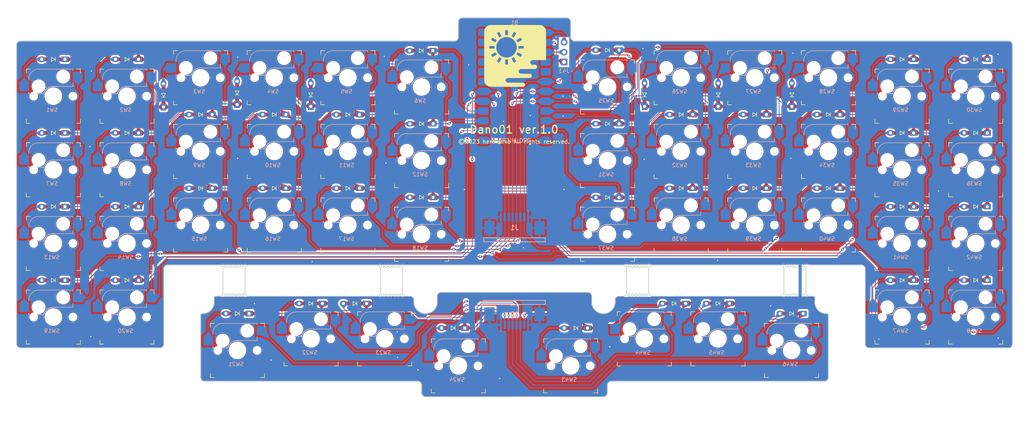
<source format=kicad_pcb>
(kicad_pcb (version 20221018) (generator pcbnew)
  (layers (0 "F.Cu" signal) (31 "B.Cu" signal) (34 "B.Paste" user) (35 "F.Paste" user) (36 "B.SilkS" user "B.Silkscreen") (37 "F.SilkS" user "F.Silkscreen") (38 "B.Mask" user) (39 "F.Mask" user) (44 "Edge.Cuts" user))
  (net 0 "")
  (net 1 "Net-(B1-TXO)")
  (net 2 "Net-(B1-RXI)")
  (net 3 "Net-(J43-Pin_2)")
  (net 6 "col6")
  (net 7 "col5")
  (net 8 "col4")
  (net 9 "row5")
  (net 10 "row6")
  (net 11 "row7")
  (net 12 "row8")
  (net 13 "row4")
  (net 14 "row3")
  (net 15 "row2")
  (net 16 "row1")
  (net 17 "col1")
  (net 18 "col2")
  (net 19 "col3")
  (net 25 "Net-(D1-A)")
  (net 26 "Net-(D2-A)")
  (net 27 "Net-(D3-A)")
  (net 28 "Net-(D4-A)")
  (net 29 "Net-(D5-A)")
  (net 30 "Net-(D6-A)")
  (net 31 "Net-(D7-A)")
  (net 32 "Net-(D8-A)")
  (net 33 "Net-(D9-A)")
  (net 34 "Net-(D10-A)")
  (net 35 "Net-(D11-A)")
  (net 36 "Net-(D12-A)")
  (net 37 "Net-(D13-A)")
  (net 38 "Net-(D14-A)")
  (net 39 "Net-(D15-A)")
  (net 40 "Net-(D16-A)")
  (net 41 "Net-(D17-A)")
  (net 42 "Net-(D18-A)")
  (net 43 "Net-(D19-A)")
  (net 44 "Net-(D20-A)")
  (net 45 "rowtc1")
  (net 46 "Net-(D21-A)")
  (net 47 "Net-(D22-A)")
  (net 48 "Net-(D23-A)")
  (net 49 "Net-(D24-A)")
  (net 50 "Net-(D25-A)")
  (net 51 "Net-(D26-A)")
  (net 52 "Net-(D27-A)")
  (net 53 "Net-(D28-A)")
  (net 54 "Net-(D29-A)")
  (net 55 "Net-(D30-A)")
  (net 56 "Net-(D31-A)")
  (net 57 "Net-(D32-A)")
  (net 58 "Net-(D33-A)")
  (net 59 "Net-(D34-A)")
  (net 60 "Net-(D35-A)")
  (net 61 "Net-(D36-A)")
  (net 62 "Net-(D37-A)")
  (net 63 "Net-(D38-A)")
  (net 64 "Net-(D39-A)")
  (net 65 "Net-(D40-A)")
  (net 66 "Net-(D41-A)")
  (net 67 "Net-(D42-A)")
  (net 68 "rowtc2")
  (net 69 "Net-(D43-A)")
  (net 70 "Net-(D44-A)")
  (net 71 "Net-(D45-A)")
  (net 72 "Net-(D46-A)")
  (net 73 "Net-(D47-A)")
  (net 74 "Net-(D48-A)")
  (net 75 "GND")
  (net 76 "coltc1")
  (net 77 "coltc2")
  (net 78 "coltc3")
  (net 79 "coltc4")
  (footprint "kbd:D3_TH" (layer "F.Cu") (at 48.34 84.156 180)
    (fp_text reference "D8" hide)
    (fp_text value "D" hide)
  )
  (footprint "kbd:D3_TH" (layer "F.Cu") (at 164.465 134.62 180)
    (fp_text reference "D43" hide)
    (fp_text value "D" hide)
  )
  (footprint "kbd:D3_TH" (layer "F.Cu") (at 248.84 103.206001 180)
    (fp_text reference "D41" hide)
    (fp_text value "D" hide)
  )
  (footprint "hernianlib:Kailh_socket_MX" (layer "F.Cu") (at 172.64 110.35)
    (fp_text reference "SW37")
    (fp_text value "SW_Push")
  )
  (footprint "kbd:D3_TH" (layer "F.Cu") (at 29.29 103.206001 180)
    (fp_text reference "D13" hide)
    (fp_text value "D" hide)
  )
  (footprint "kbd:D3_TH" (layer "F.Cu") (at 29.29 65.106 180)
    (fp_text reference "D1" hide)
    (fp_text value "D" hide)
  )
  (footprint "hernianlib:Kailh_socket_MX" (layer "F.Cu") (at 124.54 91.3)
    (fp_text reference "SW12")
    (fp_text value "SW_Push")
  )
  (footprint "kbd:D3_TH" (layer "F.Cu") (at 267.89 65.106 180)
    (fp_text reference "D30" hide)
    (fp_text value "D" hide)
  )
  (footprint "kbd:D3_TH" (layer "F.Cu") (at 189.865 128.27 180)
    (fp_text reference "D44" hide)
    (fp_text value "D" hide)
  )
  (footprint "kbd:D3_TH" (layer "F.Cu") (at 48.34 122.256 180)
    (fp_text reference "D20" hide)
    (fp_text value "D" hide)
  )
  (footprint "kbd:D3_TH" (layer "F.Cu") (at 124.54 100.825001 180)
    (fp_text reference "D18" hide)
    (fp_text value "D" hide)
  )
  (footprint "hernianlib:Kailh_socket_MX" (layer "F.Cu") (at 172.64 91.3)
    (fp_text reference "SW31")
    (fp_text value "SW_Push")
  )
  (footprint "hernianlib:Kailh_socket_MX" (layer "F.Cu") (at 248.84 74.631)
    (fp_text reference "SW29")
    (fp_text value "SW_Push")
  )
  (footprint "kbd:D3_TH" (layer "F.Cu") (at 210.74 98.444001 180)
    (fp_text reference "D39" hide)
    (fp_text value "D" hide)
  )
  (footprint "kbd:D3_TH" (layer "F.Cu") (at 229.79 79.394 180)
    (fp_text reference "D34" hide)
    (fp_text value "D" hide)
  )
  (footprint "kbd:D3_TH" (layer "F.Cu") (at 201.215 128.27 180)
    (fp_text reference "D45" hide)
    (fp_text value "D" hide)
  )
  (footprint "kbd:D3_TH" (layer "F.Cu") (at 29.29 122.256 180)
    (fp_text reference "D19" hide)
    (fp_text value "D" hide)
  )
  (footprint "hernianlib:hernianlogo_16x16" (layer "F.Cu") (at 148.75 64.22)
    (fp_text reference "G***" hide)
    (fp_text value "LOGO" hide)
  )
  (footprint "hernianlib:Kailh_socket_MX" (layer "F.Cu") (at 229.79 107.969)
    (fp_text reference "SW40")
    (fp_text value "SW_Push")
  )
  (footprint "hernianlib:Kailh_socket_MX" (layer "F.Cu") (at 48.34 112.731)
    (fp_text reference "SW14")
    (fp_text value "SW_Push")
  )
  (footprint "kbd:D3_TH" (layer "F.Cu") (at 29.29 84.156 180)
    (fp_text reference "D7" hide)
    (fp_text value "D" hide)
  )
  (footprint "kbd:D3_TH" (layer "F.Cu") (at 105.49 79.394 180)
    (fp_text reference "D11" hide)
    (fp_text value "D" hide)
  )
  (footprint "hernianlib:Kailh_socket_MX" (layer "F.Cu") (at 86.44 69.869)
    (fp_text reference "SW4")
    (fp_text value "SW_Push")
  )
  (footprint "kbd:D3_TH" (layer "F.Cu") (at 267.89 103.206001 180)
    (fp_text reference "D42" hide)
    (fp_text value "D" hide)
  )
  (footprint "kbd:D3_TH" (layer "F.Cu") (at 229.79 98.444001 180)
    (fp_text reference "D40" hide)
    (fp_text value "D" hide)
  )
  (footprint "kbd:D3_TH" (layer "F.Cu") (at 201.295 74.295 90)
    (fp_text reference "D27" hide)
    (fp_text value "D" hide)
  )
  (footprint "hernianlib:Kailh_socket_MX" (layer "F.Cu") (at 95.965 137.4)
    (fp_text reference "SW22")
    (fp_text value "SW_Push")
  )
  (footprint "hernianlib:Kailh_socket_MX" (layer "F.Cu") (at 267.89 74.631)
    (fp_text reference "SW30")
    (fp_text value "SW_Push")
  )
  (footprint "hernianlib:Kailh_socket_MX" (layer "F.Cu") (at 191.69 107.969)
    (fp_text reference "SW38")
    (fp_text value "SW_Push")
  )
  (footprint "hernianlib:Kailh_socket_MX" (layer "F.Cu") (at 229.79 88.919)
    (fp_text reference "SW34")
    (fp_text value "SW_Push")
  )
  (footprint "kbd:D3_TH" (layer "F.Cu") (at 172.64 81.775 180)
    (fp_text reference "D31" hide)
    (fp_text value "D" hide)
  )
  (footprint "kbd:D3_TH" (layer "F.Cu") (at 124.54 81.775 180)
    (fp_text reference "D12" hide)
    (fp_text value "D" hide)
  )
  (footprint "kbd:D3_TH" (layer "F.Cu") (at 248.84 84.156 180)
    (fp_text reference "D35" hide)
    (fp_text value "D" hide)
  )
  (footprint "kbd:D3_TH" (layer "F.Cu") (at 267.89 122.256 180)
    (fp_text reference "D48" hide)
    (fp_text value "D" hide)
  )
  (footprint "hernianlib:Kailh_socket_MX" (layer "F.Cu") (at 182.165 137.4)
    (fp_text reference "SW44")
    (fp_text value "SW_Push")
  )
  (footprint "hernianlib:Kailh_socket_MX" (layer "F.Cu") (at 191.69 88.919)
    (fp_text reference "SW32")
    (fp_text value "SW_Push")
  )
  (footprint "hernianlib:Kailh_socket_MX" (layer "F.Cu") (at 67.39 69.869)
    (fp_text reference "SW3")
    (fp_text value "SW_Push")
  )
  (footprint "hernianlib:Kailh_socket_MX" (layer "F.Cu") (at 29.29 93.681)
    (fp_text reference "SW7")
    (fp_text value "SW_Push")
  )
  (footprint "hernianlib:Kailh_socket_MX" (layer "F.Cu") (at 29.29 74.631)
    (fp_text reference "SW1")
    (fp_text value "SW_Push")
  )
  (footprint "hernianlib:Kailh_socket_MX" (layer "F.Cu") (at 124.54 72.25)
    (fp_text reference "SW6")
    (fp_text value "SW_Push")
  )
  (footprint "kbd:D3_TH" (layer "F.Cu") (at 95.885 74.295 90)
    (fp_text reference "D5" hide)
    (fp_text value "D" hide)
  )
  (footprint "kbd:D3_TH" (layer "F.Cu") (at 48.34 103.206001 180)
    (fp_text reference "D14" hide)
    (fp_text value "D" hide)
  )
  (footprint "kbd:D3_TH" (layer "F.Cu") (at 182.245 74.295 90)
    (fp_text reference "D26" hide)
    (fp_text value "D" hide)
  )
  (footprint "hernianlib:Kailh_socket_MX" (layer "F.Cu") (at 76.915 140.4)
    (fp_text reference "SW21")
    (fp_text value "SW_Push")
  )
  (footprint "hernianlib:Kailh_socket_MX" (layer "F.Cu") (at 201.215 137.4)
    (fp_text reference "SW45")
    (fp_text value "SW_Push")
  )
  (footprint "kbd:D3_TH" (layer "F.Cu") (at 105.49 98.444001 180)
    (fp_text reference "D17" hide)
    (fp_text value "D" hide)
  )
  (footprint "kbd:D3_TH" (layer "F.Cu") (at 107.315 128.27 180)
    (fp_text reference "D23" hide)
    (fp_text value "D" hide)
  )
  (footprint "kbd:D3_TH" (layer "F.Cu") (at 48.34 65.106 180)
    (fp_text reference "D2" hide)
    (fp_text value "D" hide)
  )
  (footprint "hernianlib:Kailh_socket_MX" (layer "F.Cu") (at 67.39 88.919)
    (fp_text reference "SW9")
    (fp_text value "SW_Push")
  )
  (footprint "kbd:D3_TH" (layer "F.Cu") (at 95.885 128.27 180)
    (fp_text reference "D22" hide)
    (fp_text value "D" hide)
  )
  (footprint "kbd:D3_TH" (layer "F.Cu") (at 248.84 122.256 180)
    (fp_text reference "D47" hide)
    (fp_text value "D" hide)
  )
  (footprint "hernianlib:Kailh_socket_MX" (layer "F.Cu") (at 220.265 140.4)
    (fp_text reference "SW46")
    (fp_text value "SW_Push")
  )
  (footprint "hernianlib:Kailh_socket_MX" (layer "F.Cu") (at 105.49 69.869)
    (fp_text reference "SW5")
    (fp_text value "SW_Push")
  )
  (footprint "kbd:D3_TH" (layer "F.Cu") (at 248.84 65.106 180)
    (fp_text reference "D29" hide)
    (fp_text value "D" hide)
  )
  (footprint "kbd:D3_TH" (layer "F.Cu") (at 76.915 130.875 180)
    (fp_text reference "D21" hide)
    (fp_text value "D" hide)
  )
  (footprint "hernianlib:Kailh_socket_MX" (layer "F.Cu") (at 48.34 74.631)
    (fp_text reference "SW2")
    (fp_text value "SW_Push")
  )
  (footprint "hernianlib:Kailh_socket_MX" (layer "F.Cu") (at 115.015 137.4)
    (fp_text reference "SW23")
    (fp_text value "SW_Push")
  )
  (footprint "kbd:D3_TH" (layer "F.Cu") (at 220.345 74.295 90)
    (fp_text reference "D28" hide)
    (fp_text value "D" hide)
  )
  (footprint "kbd:D3_TH" (layer "F.Cu") (at 57.785 74.425 90)
    (fp_text reference "D3" hide)
    (fp_text value "D" hide)
  )
  (footprint "hernianlib:Kailh_socket_MX" (layer "F.Cu") (at 86.44 88.919)
    (fp_text reference "SW10")
    (fp_text value "SW_Push")
  )
  (footprint "hernianlib:Kailh_socket_MX" (layer "F.Cu") (at 267.89 112.731)
    (fp_text reference "SW42")
    (fp_text value "SW_Push")
  )
  (footprint "hernianlib:Kailh_socket_MX" (layer "F.Cu") (at 29.29 112.731)
    (fp_text reference "SW13")
    (fp_text value "SW_Push")
  )
  (footprint "kbd:D3_TH" (layer "F.Cu") (at 86.44 98.444001 180)
    (fp_text reference "D16" hide)
    (fp_text value "D" hide)
  )
  (footprint "kbd:D3_TH" (layer "F.Cu") (at 220.265 130.875 180)
    (fp_text reference "D46" hide)
    (fp_text value "D" hide)
  )
  (footprint "hernianlib:Kailh_socket_MX" (layer "F.Cu") (at 191.69 69.869)
    (fp_text reference "SW26")
    (fp_text value "SW_Push")
  )
  (footprint "hernianlib:Kailh_socket_MX" (layer "F.Cu") (at 29.29 131.781)
    (fp_text reference "SW19")
    (fp_text value "SW_Push")
  )
  (footprint "hernianlib:Kailh_socket_MX" (layer "F.Cu") (at 248.84 93.681)
    (fp_text reference "SW35")
    (fp_text value "SW_Push")
  )
  (footprint "hernianlib:Kailh_socket_MX" (layer "F.Cu") (at 48.34 93.681)
    (fp_text reference "SW8")
    (fp_text value "SW_Push")
  )
  (footprint "kbd:D3_TH" (layer "F.Cu") (at 76.835 73.79 90)
    (fp_text reference "D4" hide)
    (fp_text value "D" hide)
  )
  (footprint "hernianlib:Kailh_socket_MX" (layer "F.Cu") (at 210.74 69.869)
    (fp_text reference "SW27")
    (fp_text value "SW_Push")
  )
  (footprint "kbd:D3_TH" (layer "F.Cu") (at 67.39 79.394 180)
    (fp_text reference "D9" hide)
    (fp_text value "D" hide)
  )
  (footprint "hernianlib:Kailh_socket_MX" (layer "F.Cu") (at 210.74 107.969)
    (fp_text reference "SW39")
    (fp_text value "SW_Push")
  )
  (footprint "hernianlib:Kailh_socket_MX" (layer "F.Cu") (at 105.49 107.969)
    (fp_text reference "SW17")
    (fp_text value "SW_Push")
  )
  (footprint "kbd:D3_TH" (layer "F.Cu") (at 172.64 100.825001 180)
    (fp_text reference "D37" hide)
    (fp_text value "D" hide)
  )
  (footprint "hernianlib:Kailh_socket_MX" (layer "F.Cu") (at 67.39 107.969)
    (fp_text reference "SW15")
    (fp_text value "SW_Push")
  )
  (footprint "hernianlib:Kailh_socket_MX" (layer "F.Cu") (at 248.84 112.731)
    (fp_text reference "SW41")
    (fp_text value "SW_Push")
  )
  (footprint "kbd:D3_TH" (layer "F.Cu") (at 210.74 79.394 180)
    (fp_text reference "D33" hide)
    (fp_text value "D" hide)
  )
  (footprint "hernianlib:Kailh_socket_MX" (layer "F.Cu") (at 48.34 131.781)
    (fp_text reference "SW20")
    (fp_text value "SW_Push")
  )
  (footprint "hernianlib:Kailh_socket_MX" (layer "F.Cu") (at 134.065 144.4)
    (fp_text reference "SW24")
    (fp_text value "SW_Push")
  )
  (footprint "hernianlib:Kailh_socket_MX" (layer "F.Cu") (at 124.54 110.35)
    (fp_text reference "SW18")
    (fp_text value "SW_Push")
  )
  (footprint "hernianlib:Kailh_socket_MX" (layer "F.Cu") (at 86.44 107.969)
    (fp_text reference "SW16")
    (fp_text value "SW_Push")
  )
  (footprint "hernianlib:Kailh_socket_MX" (layer "F.Cu") (at 163.115 144.4)
    (fp_text reference "SW43")
    (fp_text value "SW_Push")
  )
  (footprint "kbd:D3_TH" (layer "F.Cu") (at 124.46 62.865 180)
    (fp_text reference "D6" hide)
    (fp_text value "D" hide)
  )
  (footprint "hernianlib:Kailh_socket_MX" (layer "F.Cu") (at 210.74 88.919)
    (fp_text reference "SW33")
    (fp_text value "SW_Push")
  )
  (footprint "hernianlib:Kailh_socket_MX" (layer "F.Cu") (at 248.84 131.781)
    (fp_text reference "SW47")
    (fp_text value "SW_Push")
  )
  (footprint "kbd:D3_TH" (layer "F.Cu") (at 191.69 98.444001 180)
    (fp_text reference "D38" hide)
    (fp_text value "D" hide)
  )
  (footprint "hernianlib:Kailh_socket_MX" (layer "F.Cu") (at 267.89 93.681)
    (fp_text reference "SW36")
    (fp_text value "SW_Push")
  )
  (footprint "kbd:D3_TH" (layer "F.Cu") (at 191.69 79.394 180)
    (fp_text reference "D32" hide)
    (fp_text value "D" hide)
  )
  (footprint "kbd:D3_TH" (layer "F.Cu") (at 86.44 79.394 180)
    (fp_text reference "D10" hide)
    (fp_text value "D" hide)
  )
  (footprint "kbd:D3_TH" (layer "F.Cu") (at 67.39 98.444001 180)
    (fp_text reference "D15" hide)
    (fp_text value "D" hide)
  )
  (footprint "kbd:D3_TH" (layer "F.Cu") (at 132.715 134.62 180)
    (fp_text reference "D24" hide)
    (fp_text value "D" hide)
  )
  (footprint "kbd:D3_TH" (layer "F.Cu") (at 267.89 84.156 180)
    (fp_text reference "D36" hide)
    (fp_text value "D" hide)
  )
  (footprint "kbd:D3_TH" (layer "F.Cu") (at 172.64 62.725 180)
    (fp_text reference "D25" hide)
    (fp_text value "D" hide)
  )
  (footprint "hernianlib:Kailh_socket_MX" (layer "F.Cu") (at 172.64 72.25)
    (fp_text reference "SW25")
    (fp_text value "SW_Push")
  )
  (footprint "hernianlib:Kailh_socket_MX" (layer "F.Cu") (at 267.89 131.781)
    (fp_text reference "SW48")
    (fp_text value "SW_Push")
  )
  (footprint "hernianlib:Kailh_socket_MX" (layer "F.Cu") (at 229.79 69.869)
    (fp_text reference "SW28")
    (fp_text value "SW_Push")
  )
  (footprint "hernianlib:Kailh_socket_MX" (layer "F.Cu") (at 105.49 88.919)
    (fp_text reference "SW11")
    (fp_text value "SW_Push")
  )
  (footprint "Connector_PinHeader_2.54mm:PinHeader_1x03_P2.54mm_Vertical" (layer "B.Cu") (at 161.417 65.786)
    (fp_text reference "J43")
    (fp_text value "Conn_01x03_Pin")
  )
  (footprint "hernianlib:pro_micro_end_th" (layer "B.Cu") (at 148.59 70.866 180)
    (fp_text reference "B1")
    (fp_text value "PRO_MICRO")
  )
  (footprint "SamacSys_Parts:17352658" (layer "B.Cu") (at 148.59 109.1104 180)
    (fp_text reference "J1")
    (fp_text value "1735265-8" hide)
  )
  (footprint "SamacSys_Parts:17352658" (layer "B.Cu") (at 148.59 130.6576)
    (fp_text reference "J2")
    (fp_text value "1735265-8" hide)
  )
  (gr_arc (start 225.99 126.375) (mid 226.202132 126.462868) (end 226.29 126.675) (stroke (width 0.2)) (layer "Edge.Cuts"))
  (gr_circle (center 116.29 126.075) (end 116.59 126.075) (stroke (width 0.2)) (fill none) (layer "Edge.Cuts"))
  (gr_circle (center 180.89 118.65) (end 181.19 118.65) (stroke (width 0.2)) (fill none) (layer "Edge.Cuts"))
  (gr_line (start 224.99 118.35) (end 238.315 118.35) (stroke (width 0.2)) (layer "Edge.Cuts"))
  (gr_arc (start 174.59 127.875) (mid 171.59 130.875) (end 168.59 127.875) (stroke (width 0.2)) (layer "Edge.Cuts"))
  (gr_arc (start 57.865 138.78125) (mid 57.572107 139.488357) (end 56.865 139.78125) (stroke (width 0.2)) (layer "Edge.Cuts"))
  (gr_circle (center 115.39 126.075) (end 115.69 126.075) (stroke (width 0.2)) (fill none) (layer "Edge.Cuts"))
  (gr_line (start 162.115 54.34375) (end 135.065 54.34375) (stroke (width 0.2)) (layer "Edge.Cuts"))
  (gr_circle (center 223.39 126.075) (end 223.69 126.075) (stroke (width 0.2)) (fill none) (layer "Edge.Cuts"))
  (gr_arc (start 78.89 119.35) (mid 79.182893 118.642893) (end 79.89 118.35) (stroke (width 0.2)) (layer "Edge.Cuts"))
  (gr_line (start 226.29 127.875) (end 226.29 126.675) (stroke (width 0.2)) (layer "Edge.Cuts"))
  (gr_arc (start 174.59 127.375) (mid 174.882893 126.667893) (end 175.59 126.375) (stroke (width 0.2)) (layer "Edge.Cuts"))
  (gr_circle (center 218.89 118.65) (end 219.19 118.65) (stroke (width 0.2)) (fill none) (layer "Edge.Cuts"))
  (gr_line (start 124.54 149.4) (end 124.54 151.4) (stroke (width 0.2)) (layer "Edge.Cuts"))
  (gr_line (start 168.59 127.875) (end 168.59 126.375) (stroke (width 0.2)) (layer "Edge.Cuts"))
  (gr_arc (start 72.19 118.35) (mid 72.897107 118.642893) (end 73.19 119.35) (stroke (width 0.2)) (layer "Edge.Cuts"))
  (gr_line (start 217.29 126.375) (end 184.29 126.375) (stroke (width 0.2)) (layer "Edge.Cuts"))
  (gr_line (start 79.89 118.35) (end 112.89 118.35) (stroke (width 0.2)) (layer "Edge.Cuts"))
  (gr_circle (center 179.99 126.075) (end 180.29 126.075) (stroke (width 0.2)) (fill none) (layer "Edge.Cuts"))
  (gr_circle (center 74.69 118.65) (end 74.99 118.65) (stroke (width 0.2)) (fill none) (layer "Edge.Cuts"))
  (gr_arc (start 238.315 118.35) (mid 239.022107 118.642893) (end 239.315 119.35) (stroke (width 0.2)) (layer "Edge.Cuts"))
  (gr_circle (center 221.59 118.65) (end 221.89 118.65) (stroke (width 0.2)) (fill none) (layer "Edge.Cuts"))
  (gr_arc (start 125.54 152.4) (mid 124.832893 152.107107) (end 124.54 151.4) (stroke (width 0.2)) (layer "Edge.Cuts"))
  (gr_circle (center 118.99 118.65) (end 119.29 118.65) (stroke (width 0.2)) (fill none) (layer "Edge.Cuts"))
  (gr_line (start 183.29 125.375) (end 183.29 119.35) (stroke (width 0.2)) (layer "Edge.Cuts"))
  (gr_arc (start 57.865 119.35) (mid 58.157893 118.642893) (end 58.865 118.35) (stroke (width 0.2)) (layer "Edge.Cuts"))
  (gr_line (start 276.415 60.34375) (end 164.115 60.34375) (stroke (width 0.2)) (layer "Edge.Cuts"))
  (gr_line (start 125.54 152.4) (end 171.64 152.4) (stroke (width 0.2)) (layer "Edge.Cuts"))
  (gr_circle (center 182.69 118.65) (end 182.99 118.65) (stroke (width 0.2)) (fill none) (layer "Edge.Cuts"))
  (gr_circle (center 75.59 118.65) (end 75.89 118.65) (stroke (width 0.2)) (fill none) (layer "Edge.Cuts"))
  (gr_line (start 73.19 119.35) (end 73.19 125.375) (stroke (width 0.2)) (layer "Edge.Cuts"))
  (gr_line (start 120.59 118.35) (end 176.59 118.35) (stroke (width 0.2)) (layer "Edge.Cuts"))
  (gr_arc (start 112.89 118.35) (mid 113.597107 118.642893) (end 113.89 119.35) (stroke (width 0.2)) (layer "Edge.Cuts"))
  (gr_circle (center 180.89 126.075) (end 181.19 126.075) (stroke (width 0.2)) (fill none) (layer "Edge.Cuts"))
  (gr_arc (start 276.415 60.34375) (mid 277.122089 60.636646) (end 277.415 61.34375) (stroke (width 0.2)) (layer "Edge.Cuts"))
  (gr_line (start 72.19 126.375) (end 71.19 126.375) (stroke (width 0.2)) (layer "Edge.Cuts"))
  (gr_circle (center 115.39 118.65) (end 115.69 118.65) (stroke (width 0.2)) (fill none) (layer "Edge.Cuts"))
  (gr_circle (center 78.29 126.075) (end 78.59 126.075) (stroke (width 0.2)) (fill none) (layer "Edge.Cuts"))
  (gr_circle (center 182.69 126.075) (end 182.99 126.075) (stroke (width 0.2)) (fill none) (layer "Edge.Cuts"))
  (gr_arc (start 113.89 125.375) (mid 113.597107 126.082107) (end 112.89 126.375) (stroke (width 0.2)) (layer "Edge.Cuts"))
  (gr_arc (start 223.99 119.35) (mid 224.282893 118.642893) (end 224.99 118.35) (stroke (width 0.2)) (layer "Edge.Cuts"))
  (gr_circle (center 219.79 118.65) (end 220.09 118.65) (stroke (width 0.2)) (fill none) (layer "Edge.Cuts"))
  (gr_arc (start 128.59 127.875) (mid 125.59 130.875) (end 122.59 127.875) (stroke (width 0.2)) (layer "Edge.Cuts"))
  (gr_arc (start 162.115 54.34375) (mid 162.822107 54.636643) (end 163.115 55.34375) (stroke (width 0.2)) (layer "Edge.Cuts"))
  (gr_line (start 177.59 119.35) (end 177.59 125.375) (stroke (width 0.2)) (layer "Edge.Cuts"))
  (gr_circle (center 181.79 126.075) (end 182.09 126.075) (stroke (width 0.2)) (fill none) (layer "Edge.Cuts"))
  (gr_line (start 176.59 126.375) (end 175.59 126.375) (stroke (width 0.2)) (layer "Edge.Cuts"))
  (gr_line (start 70.89 126.675) (end 70.89 127.875) (stroke (width 0.2)) (layer "Edge.Cuts"))
  (gr_arc (start 73.19 125.375) (mid 72.897107 126.082107) (end 72.19 126.375) (stroke (width 0.2)) (layer "Edge.Cuts"))
  (gr_line (start 229.79 147.4) (end 229.79 131.175) (stroke (width 0.2)) (layer "Edge.Cuts"))
  (gr_line (start 58.865 118.35) (end 72.19 118.35) (stroke (width 0.2)) (layer "Edge.Cuts"))
  (gr_line (start 163.115 59.34375) (end 163.115 55.34375) (stroke (width 0.2)) (layer "Edge.Cuts"))
  (gr_line (start 19.765 61.34375) (end 19.765 138.78125) (stroke (width 0.2)) (layer "Edge.Cuts"))
  (gr_line (start 172.64 151.4) (end 172.64 149.4) (stroke (width 0.2)) (layer "Edge.Cuts"))
  (gr_line (start 239.315 119.35) (end 239.315 138.78125) (stroke (width 0.2)) (layer "Edge.Cuts"))
  (gr_line (start 121.59 126.375) (end 120.59 126.375) (stroke (width 0.2)) (layer "Edge.Cuts"))
  (gr_arc (start 123.54 148.4) (mid 124.247107 148.692893) (end 124.54 149.4) (stroke (width 0.2)) (layer "Edge.Cuts"))
  (gr_line (start 112.89 126.375) (end 79.89 126.375) (stroke (width 0.2)) (layer "Edge.Cuts"))
  (gr_line (start 134.065 55.34375) (end 134.065 59.34375) (stroke (width 0.2)) (layer "Edge.Cuts"))
  (gr_circle (center 223.39 118.65) (end 223.69 118.65) (stroke (width 0.2)) (fill none) (layer "Edge.Cuts"))
  (gr_arc (start 121.59 126.375) (mid 122.297107 126.667893) (end 122.59 127.375) (stroke (width 0.2)) (layer "Edge.Cuts"))
  (gr_arc (start 229.79 147.4) (mid 229.497107 148.107107) (end 228.79 148.4) (stroke (width 0.2)) (layer "Edge.Cuts"))
  (gr_line (start 133.065 60.34375) (end 20.765 60.34375) (stroke (width 0.2)) (layer "Edge.Cuts"))
  (gr_arc (start 19.765 61.34375) (mid 20.057893 60.636643) (end 20.765 60.34375) (stroke (width 0.2)) (layer "Edge.Cuts"))
  (gr_line (start 119.59 125.375) (end 119.59 119.35) (stroke (width 0.2)) (layer "Edge.Cuts"))
  (gr_arc (start 277.415 138.78125) (mid 277.122124 139.488389) (end 276.415 139.78125) (stroke (width 0.2)) (layer "Edge.Cuts"))
  (gr_line (start 223.99 125.375) (end 223.99 119.35) (stroke (width 0.2)) (layer "Edge.Cuts"))
  (gr_circle (center 114.49 126.075) (end 114.79 126.075) (stroke (width 0.2)) (fill none) (layer "Edge.Cuts"))
  (gr_arc (start 183.29 119.35) (mid 183.582893 118.642893) (end 184.29 118.35) (stroke (width 0.2)) (layer "Edge.Cuts"))
  (gr_arc (start 20.765 139.78125) (mid 20.057893 139.488357) (end 19.765 138.78125) (stroke (width 0.2)) (layer "Edge.Cuts"))
  (gr_arc (start 172.64 149.4) (mid 172.932893 148.692893) (end 173.64 148.4) (stroke (width 0.2)) (layer "Edge.Cuts"))
  (gr_arc (start 134.065 55.34375) (mid 134.357893 54.636643) (end 135.065 54.34375) (stroke (width 0.2)) (layer "Edge.Cuts"))
  (gr_line (start 173.64 148.4) (end 228.79 148.4) (stroke (width 0.2)) (layer "Edge.Cuts"))
  (gr_circle (center 74.69 126.075) (end 74.99 126.075) (stroke (width 0.2)) (fill none) (layer "Edge.Cuts"))
  (gr_circle (center 179.99 118.65) (end 180.29 118.65) (stroke (width 0.2)) (fill none) (layer "Edge.Cuts"))
  (gr_arc (start 176.59 118.35) (mid 177.297107 118.642893) (end 177.59 119.35) (stroke (width 0.2)) (layer "Edge.Cuts"))
  (gr_circle (center 179.09 118.65) (end 179.39 118.65) (stroke (width 0.2)) (fill none) (layer "Edge.Cuts"))
  (gr_arc (start 217.29 118.35) (mid 217.997107 118.642893) (end 218.29 119.35) (stroke (width 0.2)) (layer "Edge.Cuts"))
  (gr_arc (start 70.89 126.675) (mid 70.977868 126.462868) (end 71.19 126.375) (stroke (width 0.2)) (layer "Edge.Cuts"))
  (gr_line (start 57.865 138.78125) (end 57.865 119.35) (stroke (width 0.2)) (layer "Edge.Cuts"))
  (gr_line (start 78.89 125.375) (end 78.89 119.35) (stroke (width 0.2)) (layer "Edge.Cuts"))
  (gr_line (start 128.59 126.375) (end 128.59 127.875) (stroke (width 0.2)) (layer "Edge.Cuts"))
  (gr_line (start 122.59 127.875) (end 122.59 127.375) (stroke (width 0.2)) (layer "Edge.Cuts"))
  (gr_arc (start 67.39 131.175) (mid 67.477868 130.962868) (end 67.69 130.875) (stroke (width 0.2)) (layer "Edge.Cuts"))
  (gr_circle (center 118.09 126.075) (end 118.39 126.075) (stroke (width 0.2)) (fill none) (layer "Edge.Cuts"))
  (gr_circle (center 114.49 118.65) (end 114.79 118.65) (stroke (width 0.2)) (fill none) (layer "Edge.Cuts"))
  (gr_circle (center 78.29 118.65) (end 78.59 118.65) (stroke (width 0.2)) (fill none) (layer "Edge.Cuts"))
  (gr_line (start 20.765 139.78125) (end 56.865 139.78125) (stroke (width 0.2)) (layer "Edge.Cuts"))
  (gr_line (start 218.29 119.35) (end 218.29 125.375) (stroke (width 0.2)) (layer "Edge.Cuts"))
  (gr_arc (start 229.29 130.875) (mid 227.16868 129.99632) (end 226.29 127.875) (stroke (width 0.2)) (layer "Edge.Cuts"))
  (gr_line (start 229.49 130.875) (end 229.29 130.875) (stroke (width 0.2)) (layer "Edge.Cuts"))
  (gr_circle (center 178.19 118.65) (end 178.49 118.65) (stroke (width 0.2)) (fill none) (layer "Edge.Cuts"))
  (gr_arc (start 167.59 125.375) (mid 168.297107 125.667893) (end 168.59 126.375) (stroke (width 0.2)) (layer "Edge.Cuts"))
  (gr_line (start 225.99 126.375) (end 224.99 126.375) (stroke (width 0.2)) (layer "Edge.Cuts"))
  (gr_circle (center 118.09 118.65) (end 118.39 118.65) (stroke (width 0.2)) (fill none) (layer "Edge.Cuts"))
  (gr_line (start 277.415 138.78125) (end 277.415 61.34375) (stroke (width 0.2)) (layer "Edge.Cuts"))
  (gr_circle (center 76.49 118.65) (end 76.79 118.65) (stroke (width 0.2)) (fill none) (layer "Edge.Cuts"))
  (gr_circle (center 118.99 126.075) (end 119.29 126.075) (stroke (width 0.2)) (fill none) (layer "Edge.Cuts"))
  (gr_circle (center 73.79 126.075) (end 74.09 126.075) (stroke (width 0.2)) (fill none) (layer "Edge.Cuts"))
  (gr_arc (start 218.29 125.375) (mid 217.997107 126.082107) (end 217.29 126.375) (stroke (width 0.2)) (layer "Edge.Cuts"))
  (gr_circle (center 220.69 126.075) (end 220.99 126.075) (stroke (width 0.2)) (fill none) (layer "Edge.Cuts"))
  (gr_line (start 174.59 127.375) (end 174.59 127.875) (stroke (width 0.2)) (layer "Edge.Cuts"))
  (gr_arc (start 164.115 60.34375) (mid 163.407893 60.050857) (end 163.115 59.34375) (stroke (width 0.2)) (layer "Edge.Cuts"))
  (gr_circle (center 219.79 126.075) (end 220.09 126.075) (stroke (width 0.2)) (fill none) (layer "Edge.Cuts"))
  (gr_circle (center 77.39 126.075) (end 77.69 126.075) (stroke (width 0.2)) (fill none) (layer "Edge.Cuts"))
  (gr_circle (center 181.79 118.65) (end 182.09 118.65) (stroke (width 0.2)) (fill none) (layer "Edge.Cuts"))
  (gr_circle (center 77.39 118.65) (end 77.69 118.65) (stroke (width 0.2)) (fill none) (layer "Edge.Cuts"))
  (gr_circle (center 76.49 126.075) (end 76.79 126.075) (stroke (width 0.2)) (fill none) (layer "Edge.Cuts"))
  (gr_arc (start 184.29 126.375) (mid 183.582893 126.082107) (end 183.29 125.375) (stroke (width 0.2)) (layer "Edge.Cuts"))
  (gr_arc (start 177.59 125.375) (mid 177.297107 126.082107) (end 176.59 126.375) (stroke (width 0.2)) (layer "Edge.Cuts"))
  (gr_line (start 67.39 131.175) (end 67.39 147.4) (stroke (width 0.2)) (layer "Edge.Cuts"))
  (gr_circle (center 218.89 126.075) (end 219.19 126.075) (stroke (width 0.2)) (fill none) (layer "Edge.Cuts"))
  (gr_circle (center 116.29 118.65) (end 116.59 118.65) (stroke (width 0.2)) (fill none) (layer "Edge.Cuts"))
  (gr_arc (start 68.39 148.4) (mid 67.682893 148.107107) (end 67.39 147.4) (stroke (width 0.2)) (layer "Edge.Cuts"))
  (gr_circle (center 221.59 126.075) (end 221.89 126.075) (stroke (width 0.2)) (fill none) (layer "Edge.Cuts"))
  (gr_arc (start 119.59 119.35) (mid 119.882893 118.642893) (end 120.59 118.35) (stroke (width 0.2)) (layer "Edge.Cuts"))
  (gr_arc (start 172.64 151.4) (mid 172.347107 152.107107) (end 171.64 152.4) (stroke (width 0.2)) (layer "Edge.Cuts"))
  (gr_arc (start 120.59 126.375) (mid 119.882893 126.082107) (end 119.59 125.375) (stroke (width 0.2)) (layer "Edge.Cuts"))
  (gr_arc (start 224.99 126.375) (mid 224.282893 126.082107) (end 223.99 125.375) (stroke (width 0.2)) (layer "Edge.Cuts"))
  (gr_line (start 184.29 118.35) (end 217.29 118.35) (stroke (width 0.2)) (layer "Edge.Cuts"))
  (gr_arc (start 79.89 126.375) (mid 79.182893 126.082107) (end 78.89 125.375) (stroke (width 0.2)) (layer "Edge.Cuts"))
  (gr_line (start 167.59 125.375) (end 129.59 125.375) (stroke (width 0.2)) (layer "Edge.Cuts"))
  (gr_arc (start 240.315 139.78125) (mid 239.607911 139.488354) (end 239.315 138.78125) (stroke (width 0.2)) (layer "Edge.Cuts"))
  (gr_circle (center 178.19 126.075) (end 178.49 126.075) (stroke (width 0.2)) (fill none) (layer "Edge.Cuts"))
  (gr_arc (start 229.49 130.875) (mid 229.702132 130.962868) (end 229.79 131.175) (stroke (width 0.2)) (layer "Edge.Cuts"))
  (gr_line (start 68.39 148.4) (end 123.54 148.4) (stroke (width 0.2)) (layer "Edge.Cuts"))
  (gr_circle (center 75.59 126.075) (end 75.89 126.075) (stroke (width 0.2)) (fill none) (layer "Edge.Cuts"))
  (gr_line (start 67.89 130.875) (end 67.69 130.875) (stroke (width 0.2)) (layer "Edge.Cuts"))
  (gr_circle (center 117.19 118.65) (end 117.49 118.65) (stroke (width 0.2)) (fill none) (layer "Edge.Cuts"))
  (gr_arc (start 134.065 59.34375) (mid 133.772107 60.050857) (end 133.065 60.34375) (stroke (width 0.2)) (layer "Edge.Cuts"))
  (gr_arc (start 128.59 126.375) (mid 128.882893 125.667893) (end 129.59 125.375) (stroke (width 0.2)) (layer "Edge.Cuts"))
  (gr_arc (start 70.89 127.875) (mid 70.01132 129.99632) (end 67.89 130.875) (stroke (width 0.2)) (layer "Edge.Cuts"))
  (gr_circle (center 220.69 118.65) (end 220.99 118.65) (stroke (width 0.2)) (fill none) (layer "Edge.Cuts"))
  (gr_line (start 240.315 139.78125) (end 276.415 139.78125) (stroke (width 0.2)) (layer "Edge.Cuts"))
  (gr_circle (center 117.19 126.075) (end 117.49 126.075) (stroke (width 0.2)) (fill none) (layer "Edge.Cuts"))
  (gr_circle (center 179.09 126.075) (end 179.39 126.075) (stroke (width 0.2)) (fill none) (layer "Edge.Cuts"))
  (gr_line (start 113.89 119.35) (end 113.89 125.375) (stroke (width 0.2)) (layer "Edge.Cuts"))
  (gr_circle (center 73.79 118.65) (end 74.09 118.65) (stroke (width 0.2)) (fill none) (layer "Edge.Cuts"))
  (gr_text "Dano01 ver.1.0\n" (at 136.8 84.44) (layer "F.SilkS") (effects (font (size 2 2) (thickness 0.3)) (justify left bottom)))
  (gr_text "©2023 herniankb All rights reserved.\n" (at 133.94 86.99) (layer "F.SilkS") (effects (font (size 1 1)) (justify left bottom)))
  (segment (start 161.417 58.928) (end 161.417 60.706) (width 0.2) (layer "B.Cu") (net 1))
  (segment (start 156.6725 58.166) (end 160.655 58.166) (width 0.2) (layer "B.Cu") (net 1))
  (segment (start 160.655 58.166) (end 161.417 58.928) (width 0.2) (layer "B.Cu") (net 1))
  (segment (start 159.512 64.897) (end 160.401 65.786) (width 0.2) (layer "F.Cu") (net 2))
  (segment (start 158.877 60.706) (end 159.512 61.341) (width 0.2) (layer "F.Cu") (net 2))
  (segment (start 159.512 61.341) (end 159.512 64.897) (width 0.2) (layer "F.Cu") (net 2))
  (segment (start 160.401 65.786) (end 161.417 65.786) (width 0.2) (layer "F.Cu") (net 2))
  (via (at 158.877 60.706) (size 0.605) (drill 0.3) (layers "F.Cu" "B.Cu") (net 2))
  (segment (start 156.6725 60.706) (end 158.877 60.706) (width 0.2) (layer "B.Cu") (net 2))
  (segment (start 156.6725 63.246) (end 161.417 63.246) (width 0.2) (layer "B.Cu") (net 3))
  (segment (start 149.384417 112.141) (end 149.443997 112.08142) (width 0.2) (layer "F.Cu") (net 6))
  (segment (start 134.62 112.141) (end 149.384417 112.141) (width 0.2) (layer "F.Cu") (net 6))
  (segment (start 166.916004 63.97) (end 177.878 63.97) (width 0.2) (layer "F.Cu") (net 6))
  (segment (start 160.147004 70.739) (end 166.916004 63.97) (width 0.2) (layer "F.Cu") (net 6))
  (segment (start 177.878 63.97) (end 178.17 64.262) (width 0.2) (layer "F.Cu") (net 6))
  (via (at 160.147004 70.739) (size 0.605) (drill 0.3) (layers "F.Cu" "B.Cu") (net 6))
  (via (at 178.17 64.262) (size 0.605) (drill 0.3) (layers "F.Cu" "B.Cu") (net 6))
  (via (at 149.443997 112.08142) (size 0.605) (drill 0.3) (layers "F.Cu" "B.Cu") (net 6))
  (via (at 134.62 112.141) (size 0.605) (drill 0.3) (layers "F.Cu" "B.Cu") (net 6))
  (segment (start 178.93 93.612) (end 179.832 92.71) (width 0.2) (layer "B.Cu") (net 6))
  (segment (start 178.93 105.27) (end 178.93 93.612) (width 0.2) (layer "B.Cu") (net 6))
  (segment (start 178.93 65.022) (end 178.17 64.262) (width 0.2) (layer "B.Cu") (net 6))
  (segment (start 130.83 86.22) (end 130.83 75.418) (width 0.2) (layer "B.Cu") (net 6))
  (segment (start 150.09 72.921998) (end 152.145998 70.866) (width 0.2) (layer "B.Cu") (net 6))
  (segment (start 160.020004 70.866) (end 160.147004 70.739) (width 0.2) (layer "B.Cu") (net 6))
  (segment (start 150.09 105.9104) (end 150.09 111.435417) (width 0.2) (layer "B.Cu") (net 6))
  (segment (start 178.93 67.17) (end 178.93 65.022) (width 0.2) (layer "B.Cu") (net 6))
  (segment (start 130.83 75.418) (end 131.953 74.295) (width 0.2) (layer "B.Cu") (net 6))
  (segment (start 156.6725 70.866) (end 152.145998 70.866) (width 0.2) (layer "B.Cu") (net 6))
  (segment (start 156.6725 70.866) (end 160.020004 70.866) (width 0.2) (layer "B.Cu") (net 6))
  (segment (start 130.83 93.579) (end 131.699 92.71) (width 0.2) (layer "B.Cu") (net 6))
  (segment (start 130.81 89.281) (end 130.83 89.261) (width 0.2) (layer "B.Cu") (net 6))
  (segment (start 179.832 92.71) (end 179.832 90.043) (width 0.2) (layer "B.Cu") (net 6))
  (segment (start 130.83 108.351) (end 134.62 112.141) (width 0.2) (layer "B.Cu") (net 6))
  (segment (start 178.93 89.141) (end 178.93 86.22) (width 0.2) (layer "B.Cu") (net 6))
  (segment (start 130.83 105.27) (end 130.83 93.579) (width 0.2) (layer "B.Cu") (net 6))
  (segment (start 150.09 105.9104) (end 150.09 72.921998) (width 0.2) (layer "B.Cu") (net 6))
  (segment (start 178.93 86.22) (end 178.93 74.562) (width 0.2) (layer "B.Cu") (net 6))
  (segment (start 150.09 111.435417) (end 149.443997 112.08142) (width 0.2) (layer "B.Cu") (net 6))
  (segment (start 178.93 70.345) (end 178.93 67.17) (width 0.2) (layer "B.Cu") (net 6))
  (segment (start 131.699 90.17) (end 130.81 89.281) (width 0.2) (layer "B.Cu") (net 6))
  (segment (start 179.832 90.043) (end 178.93 89.141) (width 0.2) (layer "B.Cu") (net 6))
  (segment (start 131.953 71.374) (end 130.83 70.251) (width 0.2) (layer "B.Cu") (net 6))
  (segment (start 178.93 74.562) (end 179.832 73.66) (width 0.2) (layer "B.Cu") (net 6))
  (segment (start 130.83 89.261) (end 130.83 86.22) (width 0.2) (layer "B.Cu") (net 6))
  (segment (start 130.83 70.251) (end 130.83 67.17) (width 0.2) (layer "B.Cu") (net 6))
  (segment (start 179.832 73.66) (end 179.832 71.247) (width 0.2) (layer "B.Cu") (net 6))
  (segment (start 131.699 92.71) (end 131.699 90.17) (width 0.2) (layer "B.Cu") (net 6))
  (segment (start 130.83 105.27) (end 130.83 108.351) (width 0.2) (layer "B.Cu") (net 6))
  (segment (start 131.953 73.66) (end 131.953 71.374) (width 0.2) (layer "B.Cu") (net 6))
  (segment (start 131.953 74.295) (end 131.953 73.533) (width 0.2) (layer "B.Cu") (net 6))
  (segment (start 179.832 71.247) (end 178.93 70.345) (width 0.2) (layer "B.Cu") (net 6))
  (segment (start 146.79149 113.411005) (end 146.811995 113.3905) (width 0.2) (layer "F.Cu") (net 7))
  (segment (start 180.46 72.62) (end 178.15 74.93) (width 0.2) (layer "F.Cu") (net 7))
  (segment (start 184.47 61.98) (end 180.46 65.99) (width 0.2) (layer "F.Cu") (net 7))
  (segment (start 185.64 61.98) (end 184.47 61.98) (width 0.2) (layer "F.Cu") (net 7))
  (segment (start 149.733 73.406) (end 149.098 74.041) (width 0.2) (layer "F.Cu") (net 7))
  (segment (start 178.15 74.93) (end 178.15 74.95) (width 0.2) (layer "F.Cu") (net 7))
  (segment (start 166.483092 76.94) (end 164.196247 74.653155) (width 0.2) (layer "F.Cu") (net 7))
  (segment (start 180.46 65.99) (end 180.46 72.62) (width 0.2) (layer "F.Cu") (net 7))
  (segment (start 153.289 73.406) (end 149.733 73.406) (width 0.2) (layer "F.Cu") (net 7))
  (segment (start 133.731 113.410998) (end 133.731007 113.411005) (width 0.2) (layer "F.Cu") (net 7))
  (segment (start 178.15 74.95) (end 176.16 76.94) (width 0.2) (layer "F.Cu") (net 7))
  (segment (start 176.16 76.94) (end 166.483092 76.94) (width 0.2) (layer "F.Cu") (net 7))
  (segment (start 133.731007 113.411005) (end 146.79149 113.411005) (width 0.2) (layer "F.Cu") (net 7))
  (via (at 153.289 73.406) (size 0.605) (drill 0.3) (layers "F.Cu" "B.Cu") (net 7))
  (via (at 164.196247 74.653155) (size 0.605) (drill 0.3) (layers "F.Cu" "B.Cu") (net 7))
  (via (at 149.098 74.041) (size 0.605) (drill 0.3) (layers "F.Cu" "B.Cu") (net 7))
  (via (at 185.64 61.98) (size 0.605) (drill 0.3) (layers "F.Cu" "B.Cu") (net 7))
  (via (at 146.811995 113.3905) (size 0.605) (drill 0.3) (layers "F.Cu" "B.Cu") (net 7))
  (via (at 133.731 113.410998) (size 0.605) (drill 0.3) (layers "F.Cu" "B.Cu") (net 7))
  (segment (start 133.690502 113.3705) (end 133.731 113.410998) (width 0.2) (layer "B.Cu") (net 7))
  (segment (start 111.78 67.838) (end 111.78 64.789) (width 0.2) (layer "B.Cu") (net 7))
  (segment (start 162.949092 73.406) (end 164.196247 74.653155) (width 0.2) (layer "B.Cu") (net 7))
  (segment (start 112.649 90.20175) (end 112.649 88.138) (width 0.2) (layer "B.Cu") (net 7))
  (segment (start 149.09 105.9104) (end 149.09 74.049) (width 0.2) (layer "B.Cu") (net 7))
  (segment (start 111.78 102.889) (end 111.78 105.938) (width 0.2) (layer "B.Cu") (net 7))
  (segment (start 197.98 83.839) (end 197.98 72.149) (width 0.2) (layer "B.Cu") (net 7))
  (segment (start 197.98 102.889) (end 197.98 90.8815) (width 0.2) (layer "B.Cu") (net 7))
  (segment (start 114.427 110.871) (end 116.9265 113.3705) (width 0.2) (layer "B.Cu") (net 7))
  (segment (start 149.09 105.9104) (end 149.09 111.112495) (width 0.2) (layer "B.Cu") (net 7))
  (segment (start 198.882 87.884) (end 197.98 86.982) (width 0.2) (layer "B.Cu") (net 7))
  (segment (start 156.6725 73.406) (end 162.949092 73.406) (width 0.2) (layer "B.Cu") (net 7))
  (segment (start 197.98 64.789) (end 197.98 62.67) (width 0.2) (layer "B.Cu") (net 7))
  (segment (start 111.78 105.938) (end 114.427 108.585) (width 0.2) (layer "B.Cu") (net 7))
  (segment (start 197.98 62.67) (end 197.29 61.98) (width 0.2) (layer "B.Cu") (net 7))
  (segment (start 197.98 86.982) (end 197.98 83.839) (width 0.2) (layer "B.Cu") (net 7))
  (segment (start 111.78 72.243) (end 112.649 71.374) (width 0.2) (layer "B.Cu") (net 7))
  (segment (start 112.649 71.374) (end 112.649 68.707) (width 0.2) (layer "B.Cu") (net 7))
  (segment (start 116.9265 113.3705) (end 133.690502 113.3705) (width 0.2) (layer "B.Cu") (net 7))
  (segment (start 197.29 61.98) (end 185.64 61.98) (width 0.2) (layer "B.Cu") (net 7))
  (segment locked (start 114.427 108.585) (end 114.427 110.871) (width 0.2) (layer "B.Cu") (net 7))
  (segment (start 197.98 72.149) (end 198.882 71.247) (width 0.2) (layer "B.Cu") (net 7))
  (segment (start 111.78 91.07075) (end 112.649 90.20175) (width 0.2) (layer "B.Cu") (net 7))
  (segment (start 111.78 87.269) (end 111.78 83.839) (width 0.2) (layer "B.Cu") (net 7))
  (segment (start 111.78 83.839) (end 111.78 72.243) (width 0.2) (layer "B.Cu") (net 7))
  (segment (start 149.09 111.112495) (end 146.811995 113.3905) (width 0.2) (layer "B.Cu") (net 7))
  (segment (start 156.6725 73.406) (end 153.289 73.406) (width 0.2) (layer "B.Cu") (net 7))
  (segment (start 112.649 88.138) (end 111.78 87.269) (width 0.2) (layer "B.Cu") (net 7))
  (segment (start 111.78 102.889) (end 111.78 91.07075) (width 0.2) (layer "B.Cu") (net 7))
  (segment (start 112.649 68.707) (end 111.78 67.838) (width 0.2) (layer "B.Cu") (net 7))
  (segment (start 198.882 68.961) (end 197.98 68.059) (width 0.2) (layer "B.Cu") (net 7))
  (segment (start 197.98 68.059) (end 197.98 64.789) (width 0.2) (layer "B.Cu") (net 7))
  (segment (start 198.882 71.247) (end 198.882 68.961) (width 0.2) (layer "B.Cu") (net 7))
  (segment (start 197.98 90.8815) (end 198.882 89.9795) (width 0.2) (layer "B.Cu") (net 7))
  (segment (start 149.09 74.049) (end 149.098 74.041) (width 0.2) (layer "B.Cu") (net 7))
  (segment (start 198.882 89.9795) (end 198.882 87.884) (width 0.2) (layer "B.Cu") (net 7))
  (segment (start 213.995 73.279) (end 212.725 74.549) (width 0.2) (layer "F.Cu") (net 8))
  (segment (start 212.725 74.549) (end 179.451 74.549) (width 0.2) (layer "F.Cu") (net 8))
  (segment (start 144.6125 114.2595) (end 132.842 114.2595) (width 0.2) (layer "F.Cu") (net 8))
  (segment (start 144.669205 114.316205) (end 144.6125 114.2595) (width 0.2) (layer "F.Cu") (net 8))
  (segment (start 153.289 75.946) (end 148.59 75.946) (width 0.2) (layer "F.Cu") (net 8))
  (segment (start 216.204786 111.460108) (end 216.281 111.460108) (width 0.2) (layer "F.Cu") (net 8))
  (segment (start 165.989 77.597) (end 164.338 75.946) (width 0.2) (layer "F.Cu") (net 8))
  (segment (start 213.487 114.177894) (end 216.204786 111.460108) (width 0.2) (layer "F.Cu") (net 8))
  (segment (start 176.403 77.597) (end 165.989 77.597) (width 0.2) (layer "F.Cu") (net 8))
  (segment (start 179.451 74.549) (end 176.403 77.597) (width 0.2) (layer "F.Cu") (net 8))
  (segment (start 213.995 68.072) (end 213.995 73.279) (width 0.2) (layer "F.Cu") (net 8))
  (segment (start 148.59 75.946) (end 148.090009 76.445991) (width 0.2) (layer "F.Cu") (net 8))
  (via (at 164.338 75.946) (size 0.605) (drill 0.3) (layers "F.Cu" "B.Cu") (net 8))
  (via (at 144.669205 114.316205) (size 0.605) (drill 0.3) (layers "F.Cu" "B.Cu") (net 8))
  (via (at 216.281 111.460108) (size 0.605) (drill 0.3) (layers "F.Cu" "B.Cu") (net 8))
  (via (at 213.995 68.072) (size 0.605) (drill 0.3) (layers "F.Cu" "B.Cu") (net 8))
  (via (at 213.487 114.177894) (size 0.605) (drill 0.3) (layers "F.Cu" "B.Cu") (net 8))
  (via (at 132.842 114.2595) (size 0.605) (drill 0.3) (layers "F.Cu" "B.Cu") (net 8))
  (via (at 153.289 75.946) (size 0.605) (drill 0.3) (layers "F.Cu" "B.Cu") (net 8))
  (via (at 148.090009 76.445991) (size 0.605) (drill 0.3) (layers "F.Cu" "B.Cu") (net 8))
  (segment (start 92.73 71.989) (end 93.599 71.12) (width 0.2) (layer "B.Cu") (net 8))
  (segment (start 93.599 68.961) (end 92.73 68.092) (width 0.2) (layer "B.Cu") (net 8))
  (segment (start 92.73 87.142) (end 92.73 83.839) (width 0.2) (layer "B.Cu") (net 8))
  (segment (start 156.6725 75.946) (end 164.338 75.946) (width 0.2) (layer "B.Cu") (net 8))
  (segment (start 93.599 88.011) (end 92.73 87.142) (width 0.2) (layer "B.Cu") (net 8))
  (segment (start 217.932 90.297) (end 217.932 88.011) (width 0.2) (layer "B.Cu") (net 8))
  (segment (start 92.73 83.839) (end 92.73 71.989) (width 0.2) (layer "B.Cu") (net 8))
  (segment (start 158.75 114.7572) (end 212.907694 114.7572) (width 0.2) (layer "B.Cu") (net 8))
  (segment (start 92.73 102.889) (end 92.73 105.938) (width 0.2) (layer "B.Cu") (net 8))
  (segment (start 217.932 88.011) (end 217.03 87.109) (width 0.2) (layer "B.Cu") (net 8))
  (segment (start 217.03 83.839) (end 217.03 72.022) (width 0.2) (layer "B.Cu") (net 8))
  (segment (start 212.907694 114.7572) (end 213.487 114.177894) (width 0.2) (layer "B.Cu") (net 8))
  (segment (start 148.09 110.895408) (end 144.669205 114.316205) (width 0.2) (layer "B.Cu") (net 8))
  (segment (start 148.09 105.9104) (end 148.09 76.446) (width 0.2) (layer "B.Cu") (net 8))
  (segment (start 217.03 102.889) (end 217.1192 102.9782) (width 0.2) (layer "B.Cu") (net 8))
  (segment (start 148.09 105.9104) (end 148.09 110.895408) (width 0.2) (layer "B.Cu") (net 8))
  (segment locked (start 95.504 108.712) (end 95.504 111.9505) (width 0.2) (layer "B.Cu") (net 8))
  (segment (start 92.73 91.293) (end 93.599 90.424) (width 0.2) (layer "B.Cu") (net 8))
  (segment (start 156.6725 75.946) (end 153.289 75.946) (width 0.2) (layer "B.Cu") (net 8))
  (segment (start 132.8015 114.3) (end 132.842 114.2595) (width 0.2) (layer "B.Cu") (net 8))
  (segment (start 217.9066 109.834508) (end 216.281 111.460108) (width 0.2) (layer "B.Cu") (net 8))
  (segment (start 217.03 102.889) (end 217.03 91.199) (width 0.2) (layer "B.Cu") (net 8))
  (segment (start 95.504 111.9505) (end 97.8535 114.3) (width 0.2) (layer "B.Cu") (net 8))
  (segment (start 217.03 64.789) (end 217.03 65.037) (width 0.2) (layer "B.Cu") (net 8))
  (segment (start 217.932 71.12) (end 217.932 69.088) (width 0.2) (layer "B.Cu") (net 8))
  (segment (start 144.669205 114.316205) (end 145.9484 115.5954) (width 0.2) (layer "B.Cu") (net 8))
  (segment locked (start 145.9484 115.5954) (end 157.9118 115.5954) (width 0.2) (layer "B.Cu") (net 8))
  (segment (start 217.03 68.186) (end 217.03 64.789) (width 0.2) (layer "B.Cu") (net 8))
  (segment (start 93.599 71.12) (end 93.599 68.961) (width 0.2) (layer "B.Cu") (net 8))
  (segment (start 217.03 87.109) (end 217.03 83.839) (width 0.2) (layer "B.Cu") (net 8))
  (segment (start 97.8535 114.3) (end 132.8015 114.3) (width 0.2) (layer "B.Cu") (net 8))
  (segment (start 217.03 91.199) (end 217.932 90.297) (width 0.2) (layer "B.Cu") (net 8))
  (segment (start 92.73 102.889) (end 92.73 91.293) (width 0.2) (layer "B.Cu") (net 8))
  (segment (start 157.9118 115.5954) (end 158.75 114.7572) (width 0.2) (layer "B.Cu") (net 8))
  (segment (start 217.1192 106.299) (end 217.9066 107.0864) (width 0.2) (layer "B.Cu") (net 8))
  (segment (start 217.03 65.037) (end 213.995 68.072) (width 0.2) (layer "B.Cu") (net 8))
  (segment (start 148.09 76.446) (end 148.090009 76.445991) (width 0.2) (layer "B.Cu") (net 8))
  (segment (start 217.03 72.022) (end 217.932 71.12) (width 0.2) (layer "B.Cu") (net 8))
  (segment (start 217.1192 102.9782) (end 217.1192 106.299) (width 0.2) (layer "B.Cu") (net 8))
  (segment (start 92.73 68.092) (end 92.73 64.789) (width 0.2) (layer "B.Cu") (net 8))
  (segment (start 93.599 90.424) (end 93.599 88.011) (width 0.2) (layer "B.Cu") (net 8))
  (segment (start 217.932 69.088) (end 217.03 68.186) (width 0.2) (layer "B.Cu") (net 8))
  (segment locked (start 217.9066 107.0864) (end 217.9066 109.834508) (width 0.2) (layer "B.Cu") (net 8))
  (segment (start 92.73 105.938) (end 95.504 108.712) (width 0.2) (layer "B.Cu") (net 8))
  (segment (start 251.84 63.755) (end 251.841 63.754) (width 0.2) (layer "F.Cu") (net 9))
  (segment (start 197.485 75.311) (end 199.469 77.295) (width 0.2) (layer "F.Cu") (net 9))
  (segment (start 204.518 77.295) (end 206.502 75.311) (width 0.2) (layer "F.Cu") (net 9))
  (segment (start 226.822 74.041) (end 223.568 77.295) (width 0.2) (layer "F.Cu") (net 9))
  (segment (start 201.295 77.295) (end 204.518 77.295) (width 0.2) (layer "F.Cu") (net 9))
  (segment (start 218.646 77.295) (end 220.345 77.295) (width 0.2) (layer "F.Cu") (net 9))
  (segment (start 186.819 75.311) (end 197.485 75.311) (width 0.2) (layer "F.Cu") (net 9))
  (segment locked (start 184.835 77.295) (end 186.819 75.311) (width 0.2) (layer "F.Cu") (net 9))
  (segment (start 251.84 65.106) (end 251.84 63.755) (width 0.2) (layer "F.Cu") (net 9))
  (segment (start 259.425 62.865) (end 257.184 65.106) (width 0.2) (layer "F.Cu") (net 9))
  (segment (start 250.952 62.865) (end 242.189 62.865) (width 0.2) (layer "F.Cu") (net 9))
  (segment (start 238.633 72.517) (end 237.109 74.041) (width 0.2) (layer "F.Cu") (net 9))
  (segment (start 223.568 77.295) (end 220.345 77.295) (width 0.2) (layer "F.Cu") (net 9))
  (segment (start 237.109 74.041) (end 226.822 74.041) (width 0.2) (layer "F.Cu") (net 9))
  (segment (start 242.189 62.865) (end 238.633 66.421) (width 0.2) (layer "F.Cu") (net 9))
  (segment (start 270.89 63.626) (end 270.129 62.865) (width 0.2) (layer "F.Cu") (net 9))
  (segment (start 270.129 62.865) (end 259.425 62.865) (width 0.2) (layer "F.Cu") (net 9))
  (segment (start 257.184 65.106) (end 251.84 65.106) (width 0.2) (layer "F.Cu") (net 9))
  (segment (start 216.662 75.311) (end 218.646 77.295) (width 0.2) (layer "F.Cu") (net 9))
  (segment (start 206.502 75.311) (end 216.662 75.311) (width 0.2) (layer "F.Cu") (net 9))
  (segment (start 270.89 65.106) (end 270.89 63.626) (width 0.2) (layer "F.Cu") (net 9))
  (segment (start 182.245 77.295) (end 184.835 77.295) (width 0.2) (layer "F.Cu") (net 9))
  (segment (start 199.469 77.295) (end 201.295 77.295) (width 0.2) (layer "F.Cu") (net 9))
  (segment (start 238.633 66.421) (end 238.633 72.517) (width 0.2) (layer "F.Cu") (net 9))
  (segment (start 251.841 63.754) (end 250.952 62.865) (width 0.2) (layer "F.Cu") (net 9))
  (segment (start 172.72 65.5) (end 173.64 64.58) (width 0.2) (layer "B.Cu") (net 9))
  (segment (start 175.64 64.22) (end 175.64 62.725) (width 0.2) (layer "B.Cu") (net 9))
  (segment (start 180.8075 63.739981) (end 180.8075 75.8575) (width 0.2) (layer "B.Cu") (net 9))
  (segment (start 175.28 64.58) (end 175.64 64.22) (width 0.2) (layer "B.Cu") (net 9))
  (segment (start 175.64 62.725) (end 179.792519 62.725) (width 0.2) (layer "B.Cu") (net 9))
  (segment (start 175.641 71.12) (end 172.72 68.199) (width 0.2) (layer "B.Cu") (net 9))
  (segment (start 173.64 64.58) (end 175.28 64.58) (width 0.2) (layer "B.Cu") (net 9))
  (segment (start 156.6725 78.486) (end 172.974 78.486) (width 0.2) (layer "B.Cu") (net 9))
  (segment (start 175.641 75.819) (end 175.641 71.12) (width 0.2) (layer "B.Cu") (net 9))
  (segment (start 172.72 68.199) (end 172.72 65.5) (width 0.2) (layer "B.Cu") (net 9))
  (segment (start 180.8075 75.8575) (end 182.245 77.295) (width 0.2) (layer "B.Cu") (net 9))
  (segment (start 179.792519 62.725) (end 180.8075 63.739981) (width 0.2) (layer "B.Cu") (net 9))
  (segment (start 172.974 78.486) (end 175.641 75.819) (width 0.2) (layer "B.Cu") (net 9))
  (segment (start 224.79 77.597) (end 222.993 79.394) (width 0.2) (layer "F.Cu") (net 10))
  (segment (start 222.993 79.394) (end 213.74 79.394) (width 0.2) (layer "F.Cu") (net 10))
  (segment (start 232.79 77.977) (end 232.41 77.597) (width 0.2) (layer "F.Cu") (net 10))
  (segment (start 270.32 81.81) (end 259.94 81.81) (width 0.2) (layer "F.Cu") (net 10))
  (segment (start 232.79 79.394) (end 249.955 79.394) (width 0.2) (layer "F.Cu") (net 10))
  (segment (start 205.9305 77.47) (end 204.0065 79.394) (width 0.2) (layer "F.Cu") (net 10))
  (segment (start 204.0065 79.394) (end 194.69 79.394) (width 0.2) (layer "F.Cu") (net 10))
  (segment (start 187.452 77.47) (end 183.147 81.775) (width 0.2) (layer "F.Cu") (net 10))
  (segment (start 249.955 79.394) (end 251.84 81.279) (width 0.2) (layer "F.Cu") (net 10))
  (segment (start 213.233 77.47) (end 205.9305 77.47) (width 0.2) (layer "F.Cu") (net 10))
  (segment (start 270.89 84.156) (end 270.89 82.38) (width 0.2) (layer "F.Cu") (net 10))
  (segment (start 194.69 79.394) (end 194.69 77.85) (width 0.2) (layer "F.Cu") (net 10))
  (segment (start 270.89 82.38) (end 270.32 81.81) (width 0.2) (layer "F.Cu") (net 10))
  (segment (start 257.594 84.156) (end 251.84 84.156) (width 0.2) (layer "F.Cu") (net 10))
  (segment (start 194.69 77.85) (end 194.31 77.47) (width 0.2) (layer "F.Cu") (net 10))
  (segment (start 213.74 77.977) (end 213.233 77.47) (width 0.2) (layer "F.Cu") (net 10))
  (segment (start 251.84 81.279) (end 251.84 84.156) (width 0.2) (layer "F.Cu") (net 10))
  (segment (start 232.41 77.597) (end 224.79 77.597) (width 0.2) (layer "F.Cu") (net 10))
  (segment (start 232.79 79.394) (end 232.79 77.977) (width 0.2) (layer "F.Cu") (net 10))
  (segment (start 213.74 79.394) (end 213.74 77.977) (width 0.2) (layer "F.Cu") (net 10))
  (segment (start 259.94 81.81) (end 257.594 84.156) (width 0.2) (layer "F.Cu") (net 10))
  (segment (start 183.147 81.775) (end 175.64 81.775) (width 0.2) (layer "F.Cu") (net 10))
  (segment (start 194.31 77.47) (end 187.452 77.47) (width 0.2) (layer "F.Cu") (net 10))
  (segment (start 164.7444 79.883) (end 175.006 79.883) (width 0.2) (layer "B.Cu") (net 10))
  (segment (start 163.6014 81.026) (end 164.7444 79.883) (width 0.2) (layer "B.Cu") (net 10))
  (segment (start 156.6725 81.026) (end 163.6014 81.026) (width 0.2) (layer "B.Cu") (net 10))
  (segment (start 175.006 79.883) (end 175.64 80.517) (width 0.2) (layer "B.Cu") (net 10))
  (segment (start 175.64 80.517) (end 175.64 81.775) (width 0.2) (layer "B.Cu") (net 10))
  (segment (start 186.29 96.22) (end 181.684999 100.825001) (width 0.2) (layer "F.Cu") (net 11))
  (segment (start 251.84 100.456) (end 251.84 103.206001) (width 0.2) (layer "F.Cu") (net 11))
  (segment (start 257.423999 103.206001) (end 251.84 103.206001) (width 0.2) (layer "F.Cu") (net 11))
  (segment (start 194.69 98.444001) (end 194.69 96.73) (width 0.2) (layer "F.Cu") (net 11))
  (segment (start 222.992999 98.444001) (end 213.74 98.444001) (width 0.2) (layer "F.Cu") (net 11))
  (segment (start 225.298 96.139) (end 222.992999 98.444001) (width 0.2) (layer "F.Cu") (net 11))
  (segment (start 181.684999 100.825001) (end 175.64 100.825001) (width 0.2) (layer "F.Cu") (net 11))
  (segment (start 213.1695 96.139) (end 206.121 96.139) (width 0.2) (layer "F.Cu") (net 11))
  (segment (start 232.79 96.773) (end 232.156 96.139) (width 0.2) (layer "F.Cu") (net 11))
  (segment (start 194.69 96.73) (end 194.18 96.22) (width 0.2) (layer "F.Cu") (net 11))
  (segment (start 232.79 98.444001) (end 249.828001 98.444001) (width 0.2) (layer "F.Cu") (net 11))
  (segment (start 270.89 101.472) (end 270.256 100.838) (width 0.2) (layer "F.Cu") (net 11))
  (segment (start 232.79 98.444001) (end 232.79 96.773) (width 0.2) (layer "F.Cu") (net 11))
  (segment (start 206.121 96.139) (end 203.815999 98.444001) (width 0.2) (layer "F.Cu") (net 11))
  (segment (start 194.18 96.22) (end 186.29 96.22) (width 0.2) (layer "F.Cu") (net 11))
  (segment (start 232.156 96.139) (end 225.298 96.139) (width 0.2) (layer "F.Cu") (net 11))
  (segment (start 270.256 100.838) (end 259.792 100.838) (width 0.2) (layer "F.Cu") (net 11))
  (segment (start 203.815999 98.444001) (end 194.69 98.444001) (width 0.2) (layer "F.Cu") (net 11))
  (segment (start 213.74 98.444001) (end 213.74 96.7095) (width 0.2) (layer "F.Cu") (net 11))
  (segment (start 213.74 96.7095) (end 213.1695 96.139) (width 0.2) (layer "F.Cu") (net 11))
  (segment (start 249.828001 98.444001) (end 251.84 100.456) (width 0.2) (layer "F.Cu") (net 11))
  (segment (start 259.792 100.838) (end 257.423999 103.206001) (width 0.2) (layer "F.Cu") (net 11))
  (segment (start 270.89 103.206001) (end 270.89 101.472) (width 0.2) (layer "F.Cu") (net 11))
  (segment (start 175.641 98.044) (end 175.64 98.045) (width 0.2) (layer "B.Cu") (net 11))
  (segment (start 161.163 83.566) (end 162.052 84.455) (width 0.2) (layer "B.Cu") (net 11))
  (segment (start 156.6725 83.566) (end 161.163 83.566) (width 0.2) (layer "B.Cu") (net 11))
  (segment (start 162.052 94.361) (end 164.973 97.282) (width 0.2) (layer "B.Cu") (net 11))
  (segment (start 175.64 98.045) (end 175.64 100.825001) (width 0.2) (layer "B.Cu") (net 11))
  (segment (start 162.052 84.455) (end 162.052 94.361) (width 0.2) (layer "B.Cu") (net 11))
  (segment (start 164.973 97.282) (end 174.879 97.282) (width 0.2) (layer "B.Cu") (net 11))
  (segment (start 174.879 97.282) (end 175.641 98.044) (width 0.2) (layer "B.Cu") (net 11))
  (segment (start 259.461 120.015) (end 270.256 120.015) (width 0.2) (layer "F.Cu") (net 12))
  (segment (start 257.22 122.256) (end 259.461 120.015) (width 0.2) (layer "F.Cu") (net 12))
  (segment (start 270.256 120.015) (end 270.89 120.649) (width 0.2) (layer "F.Cu") (net 12))
  (segment (start 251.84 122.256) (end 257.22 122.256) (width 0.2) (layer "F.Cu") (net 12))
  (segment (start 270.89 120.649) (end 270.89 122.256) (width 0.2) (layer "F.Cu") (net 12))
  (segment (start 243.5479 119.7991) (end 250.9647 119.7991) (width 0.2) (layer "B.Cu") (net 12))
  (segment (start 151.09 105.9104) (end 151.09 110.196) (width 0.2) (layer "B.Cu") (net 12))
  (segment (start 151.09 87.416) (end 151.09 105.9104) (width 0.2) (layer "B.Cu") (net 12))
  (segment (start 152.4 86.106) (end 151.09 87.416) (width 0.2) (layer "B.Cu") (net 12))
  (segment (start 236.6264 112.8776) (end 243.5479 119.7991) (width 0.2) (layer "B.Cu") (net 12))
  (segment (start 250.9647 119.7991) (end 251.84 120.6744) (width 0.2) (layer "B.Cu") (net 12))
  (segment (start 156.6725 86.106) (end 152.4 86.106) (width 0.2) (layer "B.Cu") (net 12))
  (segment (start 154.7622 113.8682) (end 181.1618 113.8682) (width 0.2) (layer "B.Cu") (net 12))
  (segment (start 151.09 110.196) (end 154.7622 113.8682) (width 0.2) (layer "B.Cu") (net 12))
  (segment (start 251.84 120.6744) (end 251.84 122.256) (width 0.2) (layer "B.Cu") (net 12))
  (segment (start 182.1524 112.8776) (end 236.6264 112.8776) (width 0.2) (layer "B.Cu") (net 12))
  (segment (start 181.1618 113.8682) (end 182.1524 112.8776) (width 0.2) (layer "B.Cu") (net 12))
  (segment locked (start 38.184 122.256) (end 40.552 119.888) (width 0.2) (layer "F.Cu") (net 13))
  (segment (start 139.7508 116.1542) (end 57.9658 116.1542) (width 0.2) (layer "F.Cu") (net 13))
  (segment (start 55.5498 120.3198) (end 53.6136 122.256) (width 0.2) (layer "F.Cu") (net 13))
  (segment (start 53.6136 122.256) (end 51.34 122.256) (width 0.2) (layer "F.Cu") (net 13))
  (segment (start 40.552 119.888) (end 50.673 119.888) (width 0.2) (layer "F.Cu") (net 13))
  (segment (start 32.29 122.256) (end 38.184 122.256) (width 0.2) (layer "F.Cu") (net 13))
  (segment (start 51.34 120.555) (end 51.34 122.256) (width 0.2) (layer "F.Cu") (net 13))
  (segment locked (start 50.673 119.888) (end 51.34 120.555) (width 0.2) (layer "F.Cu") (net 13))
  (segment (start 57.9658 116.1542) (end 55.5498 118.5702) (width 0.2) (layer "F.Cu") (net 13))
  (segment (start 55.5498 118.5702) (end 55.5498 120.3198) (width 0.2) (layer "F.Cu") (net 13))
  (via (at 139.7508 116.1542) (size 0.605) (drill 0.3) (layers "F.Cu" "B.Cu") (net 13))
  (segment (start 144.8435 86.106) (end 146.09 87.3525) (width 0.2) (layer "B.Cu") (net 13))
  (segment (start 146.09 110.5516) (end 140.4874 116.1542) (width 0.2) (layer "B.Cu") (net 13))
  (segment (start 140.5075 86.106) (end 144.8435 86.106) (width 0.2) (layer "B.Cu") (net 13))
  (segment (start 146.09 105.9104) (end 146.09 110.5516) (width 0.2) (layer "B.Cu") (net 13))
  (segment (start 146.09 87.3525) (end 146.09 105.9104) (width 0.2) (layer "B.Cu") (net 13))
  (segment (start 140.4874 116.1542) (end 139.7508 116.1542) (width 0.2) (layer "B.Cu") (net 13))
  (segment (start 131.572 100.838) (end 133.477 98.933) (width 0.2) (layer "F.Cu") (net 14))
  (segment locked (start 50.927 100.965) (end 51.34 101.378) (width 0.2) (layer "F.Cu") (net 14))
  (segment locked (start 76.185999 98.444001) (end 77.764 96.866) (width 0.2) (layer "F.Cu") (net 14))
  (segment (start 68.621499 96.866) (end 70.1995 98.444001) (width 0.2) (layer "F.Cu") (net 14))
  (segment locked (start 95.295999 98.444001) (end 96.874 96.866) (width 0.2) (layer "F.Cu") (net 14))
  (segment (start 127.552999 100.838) (end 131.572 100.838) (width 0.2) (layer "F.Cu") (net 14))
  (segment (start 106.721499 96.866) (end 108.2995 98.444001) (width 0.2) (layer "F.Cu") (net 14))
  (segment (start 43.307 100.965) (end 50.927 100.965) (width 0.2) (layer "F.Cu") (net 14))
  (segment (start 133.477 98.933) (end 133.477 85.216992) (width 0.2) (layer "F.Cu") (net 14))
  (segment (start 89.44 98.444001) (end 95.295999 98.444001) (width 0.2) (layer "F.Cu") (net 14))
  (segment (start 127.54 98.965) (end 127.54 100.825001) (width 0.2) (layer "F.Cu") (net 14))
  (segment (start 51.5305 103.206001) (end 57.870501 96.866) (width 0.2) (layer "F.Cu") (net 14))
  (segment (start 127.54 100.825001) (end 127.552999 100.838) (width 0.2) (layer "F.Cu") (net 14))
  (segment (start 51.34 103.206001) (end 51.5305 103.206001) (width 0.2) (layer "F.Cu") (net 14))
  (segment (start 70.39 98.444001) (end 76.185999 98.444001) (width 0.2) (layer "F.Cu") (net 14))
  (segment (start 108.49 98.444001) (end 127.019001 98.444001) (width 0.2) (layer "F.Cu") (net 14))
  (segment (start 41.065999 103.206001) (end 43.307 100.965) (width 0.2) (layer "F.Cu") (net 14))
  (segment (start 89.2495 98.444001) (end 89.44 98.444001) (width 0.2) (layer "F.Cu") (net 14))
  (segment (start 32.29 103.206001) (end 41.065999 103.206001) (width 0.2) (layer "F.Cu") (net 14))
  (segment (start 51.34 101.378) (end 51.34 103.206001) (width 0.2) (layer "F.Cu") (net 14))
  (segment (start 133.477 85.216992) (end 135.001 83.692992) (width 0.2) (layer "F.Cu") (net 14))
  (segment (start 87.671499 96.866) (end 89.2495 98.444001) (width 0.2) (layer "F.Cu") (net 14))
  (segment (start 57.870501 96.866) (end 68.621499 96.866) (width 0.2) (layer "F.Cu") (net 14))
  (segment (start 96.874 96.866) (end 106.721499 96.866) (width 0.2) (layer "F.Cu") (net 14))
  (segment (start 70.1995 98.444001) (end 70.39 98.444001) (width 0.2) (layer "F.Cu") (net 14))
  (segment (start 108.2995 98.444001) (end 108.49 98.444001) (width 0.2) (layer "F.Cu") (net 14))
  (segment (start 77.764 96.866) (end 87.671499 96.866) (width 0.2) (layer "F.Cu") (net 14))
  (segment locked (start 127.019001 98.444001) (end 127.54 98.965) (width 0.2) (layer "F.Cu") (net 14))
  (via (at 135.001 83.692992) (size 0.605) (drill 0.3) (layers "F.Cu" "B.Cu") (net 14))
  (segment (start 140.5075 83.566) (end 135.127992 83.566) (width 0.2) (layer "B.Cu") (net 14))
  (segment (start 135.127992 83.566) (end 135.001 83.692992) (width 0.2) (layer "B.Cu") (net 14))
  (segment (start 56.56 84.156) (end 63.627 77.089) (width 0.2) (layer "F.Cu") (net 15))
  (segment (start 87.0015 77.146) (end 89.2495 79.394) (width 0.2) (layer "F.Cu") (net 15))
  (segment (start 108.2995 79.394) (end 108.49 79.394) (width 0.2) (layer "F.Cu") (net 15))
  (segment (start 126.315 81.775) (end 131.699 81.775) (width 0.2) (layer "F.Cu") (net 15))
  (segment (start 63.627 77.089) (end 69.469 77.089) (width 0.2) (layer "F.Cu") (net 15))
  (segment (start 69.469 77.089) (end 70.39 78.01) (width 0.2) (layer "F.Cu") (net 15))
  (segment (start 71.479 80.2925) (end 79.7275 80.2925) (width 0.2) (layer "F.Cu") (net 15))
  (segment (start 51.34 84.156) (end 56.56 84.156) (width 0.2) (layer "F.Cu") (net 15))
  (segment (start 89.6305 79.394) (end 90.529 80.2925) (width 0.2) (layer "F.Cu") (net 15))
  (segment (start 70.39 79.394) (end 70.5805 79.394) (width 0.2) (layer "F.Cu") (net 15))
  (segment (start 89.44 79.394) (end 89.6305 79.394) (width 0.2) (layer "F.Cu") (net 15))
  (segment (start 89.2495 79.394) (end 89.44 79.394) (width 0.2) (layer "F.Cu") (net 15))
  (segment (start 105.9945 77.089) (end 108.2995 79.394) (width 0.2) (layer "F.Cu") (net 15))
  (segment (start 82.874 77.146) (end 87.0015 77.146) (width 0.2) (layer "F.Cu") (net 15))
  (segment (start 101.473 77.089) (end 105.9945 77.089) (width 0.2) (layer "F.Cu") (net 15))
  (segment (start 32.29 84.156) (end 41.193 84.156) (width 0.2) (layer "F.Cu") (net 15))
  (segment (start 50.673 81.915) (end 51.34 82.582) (width 0.2) (layer "F.Cu") (net 15))
  (segment (start 43.434 81.915) (end 50.673 81.915) (width 0.2) (layer "F.Cu") (net 15))
  (segment (start 41.193 84.156) (end 43.434 81.915) (width 0.2) (layer "F.Cu") (net 15))
  (segment (start 127.54 80.169) (end 127.54 81.775) (width 0.2) (layer "F.Cu") (net 15))
  (segment (start 51.34 82.582) (end 51.34 84.156) (width 0.2) (layer "F.Cu") (net 15))
  (segment (start 79.7275 80.2925) (end 82.874 77.146) (width 0.2) (layer "F.Cu") (net 15))
  (segment (start 70.5805 79.394) (end 71.479 80.2925) (width 0.2) (layer "F.Cu") (net 15))
  (segment (start 108.49 79.394) (end 126.765 79.394) (width 0.2) (layer "F.Cu") (net 15))
  (segment (start 98.2695 80.2925) (end 101.473 77.089) (width 0.2) (layer "F.Cu") (net 15))
  (segment (start 70.39 78.01) (end 70.39 79.394) (width 0.2) (layer "F.Cu") (net 15))
  (segment (start 90.529 80.2925) (end 98.2695 80.2925) (width 0.2) (layer "F.Cu") (net 15))
  (segment (start 126.765 79.394) (end 127.54 80.169) (width 0.2) (layer "F.Cu") (net 15))
  (via (at 131.699 81.775) (size 0.605) (drill 0.3) (layers "F.Cu" "B.Cu") (net 15))
  (segment (start 140.5075 81.026) (end 132.448 81.026) (width 0.2) (layer "B.Cu") (net 15))
  (segment (start 132.448 81.026) (end 131.699 81.775) (width 0.2) (layer "B.Cu") (net 15))
  (segment locked (start 71.333 74.803) (end 73.1295 76.5995) (width 0.2) (layer "F.Cu") (net 16))
  (segment (start 124.326 66.294) (end 125.87 64.75) (width 0.2) (layer "F.Cu") (net 16))
  (segment (start 76.835 76.5995) (end 76.835 76.79) (width 0.2) (layer "F.Cu") (net 16))
  (segment (start 32.29 65.106) (end 41.447 65.106) (width 0.2) (layer "F.Cu") (net 16))
  (segment locked (start 79.7505 76.5995) (end 81.42 74.93) (width 0.2) (layer "F.Cu") (net 16))
  (segment (start 73.1295 76.5995) (end 76.835 76.5995) (width 0.2) (layer "F.Cu") (net 16))
  (segment (start 114.24 72) (end 114.24 67.41) (width 0.2) (layer "F.Cu") (net 16))
  (segment (start 127.46 64.34) (end 127.46 62.865) (width 0.2) (layer "F.Cu") (net 16))
  (segment (start 95.885 77.1045) (end 95.885 77.295) (width 0.2) (layer "F.Cu") (net 16))
  (segment (start 57.785 77.425) (end 60.385 77.425) (width 0.2) (layer "F.Cu") (net 16))
  (segment (start 43.815 62.738) (end 50.292 62.738) (width 0.2) (layer "F.Cu") (net 16))
  (segment (start 55.88 76.962) (end 56.343 77.425) (width 0.2) (layer "F.Cu") (net 16))
  (segment (start 51.34 63.786) (end 51.34 65.106) (width 0.2) (layer "F.Cu") (net 16))
  (segment (start 95.885 77.1045) (end 98.5655 77.1045) (width 0.2) (layer "F.Cu") (net 16))
  (segment (start 56.343 77.425) (end 57.785 77.425) (width 0.2) (layer "F.Cu") (net 16))
  (segment (start 54.184 65.106) (end 55.88 66.802) (width 0.2) (layer "F.Cu") (net 16))
  (segment (start 50.292 62.738) (end 51.34 63.786) (width 0.2) (layer "F.Cu") (net 16))
  (segment (start 112.164 74.076) (end 114.24 72) (width 0.2) (layer "F.Cu") (net 16))
  (segment (start 63.007 74.803) (end 71.333 74.803) (width 0.2) (layer "F.Cu") (net 16))
  (segment (start 51.34 65.106) (end 54.184 65.106) (width 0.2) (layer "F.Cu") (net 16))
  (segment locked (start 98.5655 77.1045) (end 101.594 74.076) (width 0.2) (layer "F.Cu") (net 16))
  (segment (start 115.356 66.294) (end 124.326 66.294) (width 0.2) (layer "F.Cu") (net 16))
  (segment locked (start 127.05 64.75) (end 127.46 64.34) (width 0.2) (layer "F.Cu") (net 16))
  (segment (start 93.6045 77.1045) (end 95.885 77.1045) (width 0.2) (layer "F.Cu") (net 16))
  (segment (start 41.447 65.106) (end 43.815 62.738) (width 0.2) (layer "F.Cu") (net 16))
  (segment (start 76.835 76.5995) (end 79.7505 76.5995) (width 0.2) (layer "F.Cu") (net 16))
  (segment (start 81.42 74.93) (end 91.43 74.93) (width 0.2) (layer "F.Cu") (net 16))
  (segment locked (start 91.43 74.93) (end 93.6045 77.1045) (width 0.2) (layer "F.Cu") (net 16))
  (segment (start 101.594 74.076) (end 112.164 74.076) (width 0.2) (layer "F.Cu") (net 16))
  (segment (start 55.88 66.802) (end 55.88 76.962) (width 0.2) (layer "F.Cu") (net 16))
  (segment (start 125.87 64.75) (end 127.05 64.75) (width 0.2) (layer "F.Cu") (net 16))
  (segment locked (start 60.385 77.425) (end 63.007 74.803) (width 0.2) (layer "F.Cu") (net 16))
  (segment (start 114.24 67.41) (end 115.356 66.294) (width 0.2) (layer "F.Cu") (net 16))
  (segment (start 136.779 78.486) (end 134.62 76.327) (width 0.2) (layer "B.Cu") (net 16))
  (segment (start 134.62 76.327) (end 134.62 64.389) (width 0.2) (layer "B.Cu") (net 16))
  (segment (start 134.62 64.389) (end 133.096 62.865) (width 0.2) (layer "B.Cu") (net 16))
  (segment (start 140.5075 78.486) (end 136.779 78.486) (width 0.2) (layer "B.Cu") (net 16))
  (segment (start 133.096 62.865) (end 127.46 62.865) (width 0.2) (layer "B.Cu") (net 16))
  (segment (start 243.440972 135.5775) (end 241.046 133.182528) (width 0.2) (layer "F.Cu") (net 17))
  (segment (start 241.046 119.126) (end 237.871 115.951) (width 0.2) (layer "F.Cu") (net 17))
  (segment (start 237.871 115.951) (end 162.872244 115.951) (width 0.2) (layer "F.Cu") (net 17))
  (segment (start 144.907 99.187) (end 143.256 97.536) (width 0.2) (layer "F.Cu") (net 17))
  (segment (start 162.872244 115.951) (end 158.496 111.574756) (width 0.2) (layer "F.Cu") (net 17))
  (segment (start 51.308 116.078002) (end 53.501998 116.078002) (width 0.2) (layer "F.Cu") (net 17))
  (segment (start 136.398 77.1755) (end 136.8655 76.708) (width 0.2) (layer "F.Cu") (net 17))
  (segment (start 241.046 133.182528) (end 241.046 119.126) (width 0.2) (layer "F.Cu") (net 17))
  (segment (start 54.15 115.43) (end 56.97 115.43) (width 0.2) (layer "F.Cu") (net 17))
  (segment (start 158.496 104.013) (end 153.67 99.187) (width 0.2) (layer "F.Cu") (net 17))
  (segment locked (start 153.67 99.187) (end 144.907 99.187) (width 0.2) (layer "F.Cu") (net 17))
  (segment (start 53.501998 116.078002) (end 54.15 115.43) (width 0.2) (layer "F.Cu") (net 17))
  (segment (start 267.335 135.636) (end 267.2765 135.5775) (width 0.2) (layer "F.Cu") (net 17))
  (segment (start 158.496 111.574756) (end 158.496 104.013) (width 0.2) (layer "F.Cu") (net 17))
  (segment (start 143.256 97.536) (end 143.256 76.708) (width 0.2) (layer "F.Cu") (net 17))
  (segment (start 267.2765 135.5775) (end 243.440972 135.5775) (width 0.2) (layer "F.Cu") (net 17))
  (segment (start 136.398 85.979) (end 136.398 77.1755) (width 0.2) (layer "F.Cu") (net 17))
  (via (at 136.398 85.979) (size 0.605) (drill 0.3) (layers "F.Cu" "B.Cu") (net 17))
  (via (at 136.8655 76.708) (size 0.605) (drill 0.3) (layers "F.Cu" "B.Cu") (net 17))
  (via (at 267.335 135.636) (size 0.605) (drill 0.3) (layers "F.Cu" "B.Cu") (net 17))
  (via (at 51.308 116.078002) (size 0.605) (drill 0.3) (layers "F.Cu" "B.Cu") (net 17))
  (via (at 56.97 115.43) (size 0.605) (drill 0.3) (layers "F.Cu" "B.Cu") (net 17))
  (via (at 143.256 76.708) (size 0.605) (drill 0.3) (layers "F.Cu" "B.Cu") (net 17))
  (segment (start 274.18 88.601) (end 274.18 76.721) (width 0.2) (layer "B.Cu") (net 17))
  (segment (start 274.18 114.694) (end 275.082 113.792) (width 0.2) (layer "B.Cu") (net 17))
  (segment (start 274.18 76.721) (end 275.082 75.819) (width 0.2) (layer "B.Cu") (net 17))
  (segment (start 36.449 75.438) (end 36.449 73.533) (width 0.2) (layer "B.Cu") (net 17))
  (segment (start 35.58 76.307) (end 36.449 75.438) (width 0.2) (layer "B.Cu") (net 17))
  (segment (start 274.18 129.781) (end 275.082 130.683) (width 0.2) (layer "B.Cu") (net 17))
  (segment locked (start 39.116 125.857) (end 39.116 120.269) (width 0.2) (layer "B.Cu") (net 17))
  (segment (start 272.288 135.763) (end 267.462 135.763) (width 0.2) (layer "B.Cu") (net 17))
  (segment (start 36.449 73.533) (end 35.56 72.644) (width 0.2) (layer "B.Cu") (net 17))
  (segment (start 35.58 114.661) (end 36.449 113.792) (width 0.2) (layer "B.Cu") (net 17))
  (segment (start 275.082 132.969) (end 272.288 135.763) (width 0.2) (layer "B.Cu") (net 17))
  (segment (start 140.5075 75.946) (end 137.6275 75.946) (width 0.2) (layer "B.Cu") (net 17))
  (segment (start 43.306998 116.078002) (end 51.308 116.078002) (width 0.2) (layer "B.Cu") (net 17))
  (segment (start 274.18 126.701) (end 274.18 129.781) (width 0.2) (layer "B.Cu") (net 17))
  (segment (start 35.58 88.601) (end 35.58 76.307) (width 0.2) (layer "B.Cu") (net 17))
  (segment (start 267.462 135.763) (end 267.335 135.636) (width 0.2) (layer "B.Cu") (net 17))
  (segment (start 36.449 113.792) (end 36.449 111.887) (width 0.2) (layer "B.Cu") (net 17))
  (segment (start 134.981156 115.43) (end 56.97 115.43) (width 0.2) (layer "B.Cu") (net 17))
  (segment (start 35.58 111.018) (end 35.58 107.651) (width 0.2) (layer "B.Cu") (net 17))
  (segment (start 274.18 110.858) (end 274.18 107.651) (width 0.2) (layer "B.Cu") (net 17))
  (segment (start 137.6275 75.946) (end 136.8655 76.708) (width 0.2) (layer "B.Cu") (net 17))
  (segment (start 274.18 107.651) (end 274.18 95.771) (width 0.2) (layer "B.Cu") (net 17))
  (segment (start 140.5075 75.946) (end 142.494 75.946) (width 0.2) (layer "B.Cu") (net 17))
  (segment (start 36.449 94.996) (end 36.449 92.964) (width 0.2) (layer "B.Cu") (net 17))
  (segment (start 35.56 72.644) (end 35.58 72.624) (width 0.2) (layer "B.Cu") (net 17))
  (segment (start 274.18 72.885) (end 274.18 69.551) (width 0.2) (layer "B.Cu") (net 17))
  (segment (start 38.272 126.701) (end 39.116 125.857) (width 0.2) (layer "B.Cu") (net 17))
  (segment (start 274.18 126.701) (end 274.18 114.694) (width 0.2) (layer "B.Cu") (net 17))
  (segment (start 36.449 111.887) (end 35.58 111.018) (width 0.2) (layer "B.Cu") (net 17))
  (segment (start 35.58 72.624) (end 35.58 69.551) (width 0.2) (layer "B.Cu") (net 17))
  (segment (start 275.082 111.76) (end 274.18 110.858) (width 0.2) (layer "B.Cu") (net 17))
  (segment (start 275.082 94.869) (end 275.082 92.71) (width 0.2) (layer "B.Cu") (net 17))
  (segment (start 274.18 95.771) (end 275.082 94.869) (width 0.2) (layer "B.Cu") (net 17))
  (segment (start 35.58 92.095) (end 35.58 88.601) (width 0.2) (layer "B.Cu") (net 17))
  (segment (start 35.58 107.651) (end 35.58 95.865) (width 0.2) (layer "B.Cu") (net 17))
  (segment (start 35.58 126.701) (end 35.58 114.661) (width 0.2) (layer "B.Cu") (net 17))
  (segment (start 275.082 75.819) (end 275.082 73.787) (width 0.2) (layer "B.Cu") (net 17))
  (segment (start 274.18 91.808) (end 274.18 88.601) (width 0.2) (layer "B.Cu") (net 17))
  (segment (start 35.58 126.701) (end 38.272 126.701) (width 0.2) (layer "B.Cu") (net 17))
  (segment (start 275.082 113.792) (end 275.082 111.76) (width 0.2) (layer "B.Cu") (net 17))
  (segment (start 142.494 75.946) (end 143.256 76.708) (width 0.2) (layer "B.Cu") (net 17))
  (segment (start 35.58 95.865) (end 36.449 94.996) (width 0.2) (layer "B.Cu") (net 17))
  (segment (start 136.398 85.979) (end 136.398 114.013156) (width 0.2) (layer "B.Cu") (net 17))
  (segment (start 275.082 130.683) (end 275.082 132.969) (width 0.2) (layer "B.Cu") (net 17))
  (segment (start 36.449 92.964) (end 35.58 92.095) (width 0.2) (layer "B.Cu") (net 17))
  (segment (start 136.398 114.013156) (end 134.981156 115.43) (width 0.2) (layer "B.Cu") (net 17))
  (segment (start 275.082 92.71) (end 274.18 91.808) (width 0.2) (layer "B.Cu") (net 17))
  (segment (start 275.082 73.787) (end 274.18 72.885) (width 0.2) (layer "B.Cu") (net 17))
  (segment (start 39.116 120.269) (end 43.306998 116.078002) (width 0.2) (layer "B.Cu") (net 17))
  (segment (start 238.1758 115.2398) (end 162.9918 115.2398) (width 0.2) (layer "F.Cu") (net 18))
  (segment (start 159.258 103.632) (end 154.051 98.425) (width 0.2) (layer "F.Cu") (net 18))
  (segment (start 162.9918 115.2398) (end 159.258 111.506) (width 0.2) (layer "F.Cu") (net 18))
  (segment (start 254.508 134.366) (end 243.205 134.366) (width 0.2) (layer "F.Cu") (net 18))
  (segment (start 144.399 79.7306) (end 144.399 74.190034) (width 0.2) (layer "F.Cu") (net 18))
  (segment (start 241.935 133.096) (end 241.935 118.999) (width 0.2) (layer "F.Cu") (net 18))
  (segment (start 241.935 118.999) (end 238.1758 115.2398) (width 0.2) (layer "F.Cu") (net 18))
  (segment locked (start 154.051 98.425) (end 145.415 98.425) (width 0.2) (layer "F.Cu") (net 18))
  (segment (start 137.668 74.168) (end 137.668 90.932) (width 0.2) (layer "F.Cu") (net 18))
  (segment (start 243.205 134.366) (end 241.935 133.096) (width 0.2) (layer "F.Cu") (net 18))
  (segment (start 145.415 98.425) (end 144.399 97.409) (width 0.2) (layer "F.Cu") (net 18))
  (segment (start 159.258 111.506) (end 159.258 103.632) (width 0.2) (layer "F.Cu") (net 18))
  (segment (start 144.399 97.409) (end 144.399 79.9084) (width 0.2) (layer "F.Cu") (net 18))
  (segment (start 144.399 79.9084) (end 144.399 79.7306) (width 0.2) (layer "F.Cu") (net 18))
  (via (at 137.668 90.932) (size 0.605) (drill 0.3) (layers "F.Cu" "B.Cu") (net 18))
  (via (at 144.399 74.190034) (size 0.605) (drill 0.3) (layers "F.Cu" "B.Cu") (net 18))
  (via (at 137.668 74.168) (size 0.605) (drill 0.3) (layers "F.Cu" "B.Cu") (net 18))
  (via (at 254.508 134.366) (size 0.605) (drill 0.3) (layers "F.Cu" "B.Cu") (net 18))
  (segment (start 255.13 114.694) (end 256.032 113.792) (width 0.2) (layer "B.Cu") (net 18))
  (segment (start 54.63 88.601) (end 54.63 76.942) (width 0.2) (layer "B.Cu") (net 18))
  (segment (start 54.63 95.611) (end 55.499 94.742) (width 0.2) (layer "B.Cu") (net 18))
  (segment (start 58.293 116.84) (end 58.801 116.332) (width 0.2) (layer "B.Cu") (net 18))
  (segment (start 255.13 72.758) (end 255.13 69.551) (width 0.2) (layer "B.Cu") (net 18))
  (segment (start 143.614964 73.406) (end 144.399 74.190034) (width 0.2) (layer "B.Cu") (net 18))
  (segment (start 256.032 94.869) (end 256.032 92.71) (width 0.2) (layer "B.Cu") (net 18))
  (segment (start 55.499 92.964) (end 54.63 92.095) (width 0.2) (layer "B.Cu") (net 18))
  (segment (start 134.8994 116.332) (end 137.668 113.5634) (width 0.2) (layer "B.Cu") (net 18))
  (segment (start 255.13 76.848) (end 256.032 75.946) (width 0.2) (layer "B.Cu") (net 18))
  (segment (start 255.13 110.858) (end 255.13 107.651) (width 0.2) (layer "B.Cu") (net 18))
  (segment (start 256.032 73.66) (end 255.13 72.758) (width 0.2) (layer "B.Cu") (net 18))
  (segment (start 56.433 126.701) (end 56.769 126.365) (width 0.2) (layer "B.Cu") (net 18))
  (segment (start 255.13 91.808) (end 255.13 88.601) (width 0.2) (layer "B.Cu") (net 18))
  (segment (start 256.032 132.842) (end 256.032 130.683) (width 0.2) (layer "B.Cu") (net 18))
  (segment (start 54.63 126.701) (end 56.433 126.701) (width 0.2) (layer "B.Cu") (net 18))
  (segment (start 54.63 72.791) (end 54.63 69.551) (width 0.2) (layer "B.Cu") (net 18))
  (segment (start 54.63 76.942) (end 55.499 76.073) (width 0.2) (layer "B.Cu") (net 18))
  (segment (start 55.499 76.073) (end 55.499 73.66) (width 0.2) (layer "B.Cu") (net 18))
  (segment (start 256.032 92.71) (end 255.13 91.808) (width 0.2) (layer "B.Cu") (net 18))
  (segment (start 140.5075 73.406) (end 143.614964 73.406) (width 0.2) (layer "B.Cu") (net 18))
  (segment (start 256.032 113.792) (end 256.032 111.76) (width 0.2) (layer "B.Cu") (net 18))
  (segment (start 138.43 73.406) (end 140.5075 73.406) (width 0.2) (layer "B.Cu") (net 18))
  (segment (start 54.63 111.018) (end 54.63 107.651) (width 0.2) (layer "B.Cu") (net 18))
  (segment (start 55.499 73.66) (end 54.63 72.791) (width 0.2) (layer "B.Cu") (net 18))
  (segment (start 137.668 74.168) (end 138.43 73.406) (width 0.2) (layer "B.Cu") (net 18))
  (segment (start 255.13 88.601) (end 255.13 76.848) (width 0.2) (layer "B.Cu") (net 18))
  (segment (start 255.13 107.651) (end 255.13 95.771) (width 0.2) (layer "B.Cu") (net 18))
  (segment locked (start 56.769 118.364) (end 58.293 116.84) (width 0.2) (layer "B.Cu") (net 18))
  (segment (start 58.801 116.332) (end 134.8994 116.332) (width 0.2) (layer "B.Cu") (net 18))
  (segment (start 137.668 113.5634) (end 137.668 90.932) (width 0.2) (layer "B.Cu") (net 18))
  (segment (start 54.63 107.651) (end 54.63 95.611) (width 0.2) (layer "B.Cu") (net 18))
  (segment (start 256.032 75.946) (end 256.032 73.66) (width 0.2) (layer "B.Cu") (net 18))
  (segment (start 55.499 94.742) (end 55.499 92.964) (width 0.2) (layer "B.Cu") (net 18))
  (segment (start 54.63 126.701) (end 54.63 114.661) (width 0.2) (layer "B.Cu") (net 18))
  (segment (start 56.769 126.365) (end 56.769 118.364) (width 0.2) (layer "B.Cu") (net 18))
  (segment (start 256.032 111.76) (end 255.13 110.858) (width 0.2) (layer "B.Cu") (net 18))
  (segment (start 256.032 130.683) (end 255.27 129.921) (width 0.2) (layer "B.Cu") (net 18))
  (segment (start 255.27 126.841) (end 255.13 126.701) (width 0.2) (layer "B.Cu") (net 18))
  (segment (start 55.499 113.792) (end 55.499 111.887) (width 0.2) (layer "B.Cu") (net 18))
  (segment (start 54.63 114.661) (end 55.499 113.792) (width 0.2) (layer "B.Cu") (net 18))
  (segment (start 255.13 126.701) (end 255.13 114.694) (width 0.2) (layer "B.Cu") (net 18))
  (segment (start 255.13 95.771) (end 256.032 94.869) (width 0.2) (layer "B.Cu") (net 18))
  (segment (start 54.63 92.095) (end 54.63 88.601) (width 0.2) (layer "B.Cu") (net 18))
  (segment (start 55.499 111.887) (end 54.63 111.018) (width 0.2) (layer "B.Cu") (net 18))
  (segment (start 255.27 129.921) (end 255.27 126.841) (width 0.2) (layer "B.Cu") (net 18))
  (segment (start 254.508 134.366) (end 256.032 132.842) (width 0.2) (layer "B.Cu") (net 18))
  (segment (start 142.748 115.102506) (end 77.891506 115.102506) (width 0.2) (layer "F.Cu") (net 19))
  (segment (start 235.9152 111.7805) (end 235.9152 111.76) (width 0.2) (layer "F.Cu") (net 19))
  (segment (start 77.891506 115.102506) (end 77.343 114.554) (width 0.2) (layer "F.Cu") (net 19))
  (segment (start 233.4514 114.2443) (end 235.9152 111.7805) (width 0.2) (layer "F.Cu") (net 19))
  (via (at 233.4514 114.2443) (size 0.605) (drill 0.3) (layers "F.Cu" "B.Cu") (net 19))
  (via (at 142.748 115.102506) (size 0.605) (drill 0.3) (layers "F.Cu" "B.Cu") (net 19))
  (via (at 77.343 114.554) (size 0.605) (drill 0.3) (layers "F.Cu" "B.Cu") (net 19))
  (via (at 235.9152 111.76) (size 0.605) (drill 0.3) (layers "F.Cu" "B.Cu") (net 19))
  (segment (start 236.08 83.839) (end 236.08 71.641) (width 0.2) (layer "B.Cu") (net 19))
  (segment (start 73.68 102.889) (end 73.68 91.166) (width 0.2) (layer "B.Cu") (net 19))
  (segment (start 73.68 71.989) (end 74.549 71.12) (width 0.2) (layer "B.Cu") (net 19))
  (segment (start 76.2 113.411) (end 77.343 114.554) (width 0.2) (layer "B.Cu") (net 19))
  (segment (start 236.08 106.1082) (end 236.9566 106.9848) (width 0.2) (layer "B.Cu") (net 19))
  (segment (start 236.08 102.889) (end 236.08 106.1082) (width 0.2) (layer "B.Cu") (net 19))
  (segment (start 158.485706 116.7638) (end 159.374706 115.8748) (width 0.2) (layer "B.Cu") (net 19))
  (segment (start 236.08 102.889) (end 236.08 91.072) (width 0.2) (layer "B.Cu") (net 19))
  (segment (start 73.68 102.889) (end 73.68 105.557) (width 0.2) (layer "B.Cu") (net 19))
  (segment locked (start 236.9566 106.9848) (end 236.9566 110.7186) (width 0.2) (layer "B.Cu") (net 19))
  (segment (start 140.5075 70.866) (end 145.161 70.866) (width 0.2) (layer "B.Cu") (net 19))
  (segment locked (start 144.409294 116.7638) (end 158.485706 116.7638) (width 0.2) (layer "B.Cu") (net 19))
  (segment (start 76.2 108.077) (end 76.2 113.411) (width 0.2) (layer "B.Cu") (net 19))
  (segment (start 74.549 88.265) (end 73.68 87.396) (width 0.2) (layer "B.Cu") (net 19))
  (segment (start 147.09 72.795) (end 147.09 105.9104) (width 0.2) (layer "B.Cu") (net 19))
  (segment (start 145.161 70.866) (end 147.09 72.795) (width 0.2) (layer "B.Cu") (net 19))
  (segment (start 236.9566 110.7186) (end 235.9152 111.76) (width 0.2) (layer "B.Cu") (net 19))
  (segment (start 73.68 83.839) (end 73.68 71.989) (width 0.2) (layer "B.Cu") (net 19))
  (segment (start 236.982 68.707) (end 236.08 67.805) (width 0.2) (layer "B.Cu") (net 19))
  (segment (start 74.549 71.12) (end 74.549 68.961) (width 0.2) (layer "B.Cu") (net 19))
  (segment (start 236.982 90.17) (end 236.982 87.884) (width 0.2) (layer "B.Cu") (net 19))
  (segment (start 231.8209 115.8748) (end 233.4514 114.2443) (width 0.2) (layer "B.Cu") (net 19))
  (segment (start 142.748 115.102506) (end 144.409294 116.7638) (width 0.2) (layer "B.Cu") (net 19))
  (segment (start 236.08 91.072) (end 236.982 90.17) (width 0.2) (layer "B.Cu") (net 19))
  (segment (start 236.982 87.884) (end 236.08 86.982) (width 0.2) (layer "B.Cu") (net 19))
  (segment (start 74.549 90.297) (end 74.549 88.265) (width 0.2) (layer "B.Cu") (net 19))
  (segment (start 73.68 91.166) (end 74.549 90.297) (width 0.2) (layer "B.Cu") (net 19))
  (segment (start 74.549 68.961) (end 73.68 68.092) (width 0.2) (layer "B.Cu") (net 19))
  (segment (start 236.08 71.641) (end 236.982 70.739) (width 0.2) (layer "B.Cu") (net 19))
  (segment (start 73.68 68.092) (end 73.68 64.789) (width 0.2) (layer "B.Cu") (net 19))
  (segment locked (start 73.68 105.557) (end 76.2 108.077) (width 0.2) (layer "B.Cu") (net 19))
  (segment (start 236.08 67.805) (end 236.08 64.789) (width 0.2) (layer "B.Cu") (net 19))
  (segment (start 236.982 70.739) (end 236.982 68.707) (width 0.2) (layer "B.Cu") (net 19))
  (segment (start 147.09 110.760504) (end 142.748 115.102506) (width 0.2) (layer "B.Cu") (net 19))
  (segment (start 73.68 87.396) (end 73.68 83.839) (width 0.2) (layer "B.Cu") (net 19))
  (segment (start 147.09 105.9104) (end 147.09 110.760504) (width 0.2) (layer "B.Cu") (net 19))
  (segment (start 159.374706 115.8748) (end 231.8209 115.8748) (width 0.2) (layer "B.Cu") (net 19))
  (segment (start 236.08 86.982) (end 236.08 83.839) (width 0.2) (layer "B.Cu") (net 19))
  (segment (start 21.73 72.091) (end 21.73 67.17) (width 0.2) (layer "B.Cu") (net 25))
  (segment (start 23.794 65.106) (end 26.29 65.106) (width 0.2) (layer "B.Cu") (net 25))
  (segment (start 21.73 67.17) (end 23.794 65.106) (width 0.2) (layer "B.Cu") (net 25))
  (segment (start 42.7424 65.106) (end 45.34 65.106) (width 0.2) (layer "B.Cu") (net 26))
  (segment (start 40.78 67.0684) (end 42.7424 65.106) (width 0.2) (layer "B.Cu") (net 26))
  (segment (start 40.78 72.091) (end 40.78 67.0684) (width 0.2) (layer "B.Cu") (net 26))
  (segment (start 59.83 67.329) (end 58.147 67.329) (width 0.2) (layer "B.Cu") (net 27))
  (segment (start 58.147 67.329) (end 57.785 67.691) (width 0.2) (layer "B.Cu") (net 27))
  (segment (start 57.785 67.691) (end 57.785 71.425) (width 0.2) (layer "B.Cu") (net 27))
  (segment (start 76.835 70.79) (end 76.835 67.6656) (width 0.2) (layer "B.Cu") (net 28))
  (segment (start 76.835 67.6656) (end 77.1716 67.329) (width 0.2) (layer "B.Cu") (net 28))
  (segment (start 77.1716 67.329) (end 78.88 67.329) (width 0.2) (layer "B.Cu") (net 28))
  (segment (start 96.374 67.329) (end 95.885 67.818) (width 0.2) (layer "B.Cu") (net 29))
  (segment (start 95.885 67.818) (end 95.885 71.295) (width 0.2) (layer "B.Cu") (net 29))
  (segment (start 97.93 67.329) (end 96.374 67.329) (width 0.2) (layer "B.Cu") (net 29))
  (segment (start 116.98 69.71) (end 116.98 64.757) (width 0.2) (layer "B.Cu") (net 30))
  (segment (start 116.98 64.757) (end 118.872 62.865) (width 0.2) (layer "B.Cu") (net 30))
  (segment (start 118.872 62.865) (end 121.46 62.865) (width 0.2) (layer "B.Cu") (net 30))
  (segment (start 21.73 91.141) (end 21.73 86.093) (width 0.2) (layer "B.Cu") (net 31))
  (segment (start 21.73 86.093) (end 23.667 84.156) (width 0.2) (layer "B.Cu") (net 31))
  (segment (start 23.667 84.156) (end 26.29 84.156) (width 0.2) (layer "B.Cu") (net 31))
  (segment (start 42.844 84.156) (end 45.34 84.156) (width 0.2) (layer "B.Cu") (net 32))
  (segment (start 40.78 86.22) (end 42.844 84.156) (width 0.2) (layer "B.Cu") (net 32))
  (segment (start 40.78 91.141) (end 40.78 86.22) (width 0.2) (layer "B.Cu") (net 32))
  (segment (start 61.83 79.394) (end 64.39 79.394) (width 0.2) (layer "B.Cu") (net 33))
  (segment (start 59.83 81.394) (end 61.83 79.394) (width 0.2) (layer "B.Cu") (net 33))
  (segment (start 59.83 86.379) (end 59.83 81.394) (width 0.2) (layer "B.Cu") (net 33))
  (segment (start 78.88 86.379) (end 78.88 81.648) (width 0.2) (layer "B.Cu") (net 34))
  (segment (start 81.153 79.375) (end 81.172 79.394) (width 0.2) (layer "B.Cu") (net 34))
  (segment (start 81.172 79.394) (end 83.44 79.394) (width 0.2) (layer "B.Cu") (net 34))
  (segment (start 78.88 81.648) (end 81.153 79.375) (width 0.2) (layer "B.Cu") (net 34))
  (segment (start 102.471 79.375) (end 102.49 79.394) (width 0.2) (layer "B.Cu") (net 35))
  (segment (start 97.93 81.521) (end 100.076 79.375) (width 0.2) (layer "B.Cu") (net 35))
  (segment (start 97.93 86.379) (end 97.93 81.521) (width 0.2) (layer "B.Cu") (net 35))
  (segment (start 100.076 79.375) (end 102.471 79.375) (width 0.2) (layer "B.Cu") (net 35))
  (segment (start 116.98 83.934) (end 119.139 81.775) (width 0.2) (layer "B.Cu") (net 36))
  (segment (start 119.139 81.775) (end 121.54 81.775) (width 0.2) (layer "B.Cu") (net 36))
  (segment (start 116.98 88.76) (end 116.98 83.934) (width 0.2) (layer "B.Cu") (net 36))
  (segment (start 23.666999 103.206001) (end 26.29 103.206001) (width 0.2) (layer "B.Cu") (net 37))
  (segment (start 21.73 110.191) (end 21.73 105.143) (width 0.2) (layer "B.Cu") (net 37))
  (segment (start 21.73 105.143) (end 23.666999 103.206001) (width 0.2) (layer "B.Cu") (net 37))
  (segment (start 40.78 105.27) (end 42.843999 103.206001) (width 0.2) (layer "B.Cu") (net 38))
  (segment (start 40.78 110.191) (end 40.78 105.27) (width 0.2) (layer "B.Cu") (net 38))
  (segment (start 42.843999 103.206001) (end 45.34 103.206001) (width 0.2) (layer "B.Cu") (net 38))
  (segment (start 59.83 105.429) (end 59.83 100.3805) (width 0.2) (layer "B.Cu") (net 39))
  (segment (start 61.766499 98.444001) (end 64.39 98.444001) (width 0.2) (layer "B.Cu") (net 39))
  (segment (start 59.83 100.3805) (end 61.766499 98.444001) (width 0.2) (layer "B.Cu") (net 39))
  (segment (start 80.752999 98.444001) (end 83.44 98.444001) (width 0.2) (layer "B.Cu") (net 40))
  (segment (start 78.88 105.429) (end 78.88 100.317) (width 0.2) (layer "B.Cu") (net 40))
  (segment (start 78.88 100.317) (end 80.752999 98.444001) (width 0.2) (layer "B.Cu") (net 40))
  (segment (start 97.93 100.317) (end 99.802999 98.444001) (width 0.2) (layer "B.Cu") (net 41))
  (segment (start 97.93 105.429) (end 97.93 100.317) (width 0.2) (layer "B.Cu") (net 41))
  (segment (start 99.802999 98.444001) (end 102.49 98.444001) (width 0.2) (layer "B.Cu") (net 41))
  (segment (start 116.98 107.81) (end 116.98 102.984) (width 0.2) (layer "B.Cu") (net 42))
  (segment (start 116.98 102.984) (end 119.138999 100.825001) (width 0.2) (layer "B.Cu") (net 42))
  (segment (start 119.138999 100.825001) (end 121.54 100.825001) (width 0.2) (layer "B.Cu") (net 42))
  (segment (start 21.73 129.241) (end 21.73 123.939) (width 0.2) (layer "B.Cu") (net 43))
  (segment (start 21.73 123.939) (end 23.413 122.256) (width 0.2) (layer "B.Cu") (net 43))
  (segment (start 23.413 122.256) (end 26.29 122.256) (width 0.2) (layer "B.Cu") (net 43))
  (segment (start 40.78 124.32) (end 42.844 122.256) (width 0.2) (layer "B.Cu") (net 44))
  (segment (start 42.844 122.256) (end 45.34 122.256) (width 0.2) (layer "B.Cu") (net 44))
  (segment (start 40.78 129.241) (end 40.78 124.32) (width 0.2) (layer "B.Cu") (net 44))
  (segment (start 135.715 134.62) (end 135.715 132.54) (width 0.2) (layer "F.Cu") (net 45))
  (segment (start 142.24 130.556) (end 138.176 134.62) (width 0.2) (layer "F.Cu") (net 45))
  (segment (start 98.885 128.27) (end 98.885 129.207) (width 0.2) (layer "F.Cu") (net 45))
  (segment (start 138.176 134.62) (end 135.715 134.62) (width 0.2) (layer "F.Cu") (net 45))
  (segment (start 97.8789 130.2131) (end 96.7867 130.2131) (width 0.2) (layer "F.Cu") (net 45))
  (segment (start 135.001 131.826) (end 123.698 131.826) (width 0.2) (layer "F.Cu") (net 45))
  (segment (start 146.05 130.81) (end 145.796 130.556) (width 0.2) (layer "F.Cu") (net 45))
  (segment (start 102.616 130.048) (end 100.838 128.27) (width 0.2) (layer "F.Cu") (net 45))
  (segment (start 112.268 128.27) (end 110.315 128.27) (width 0.2) (layer "F.Cu") (net 45))
  (segment (start 123.698 131.826) (end 121.412 129.54) (width 0.2) (layer "F.Cu") (net 45))
  (segment (start 121.412 129.54) (end 113.538 129.54) (width 0.2) (layer "F.Cu") (net 45))
  (segment (start 100.838 128.27) (end 98.885 128.27) (width 0.2) (layer "F.Cu") (net 45))
  (segment (start 135.715 132.54) (end 135.001 131.826) (width 0.2) (layer "F.Cu") (net 45))
  (segment (start 96.7867 130.2131) (end 96.1248 130.875) (width 0.2) (layer "F.Cu") (net 45))
  (segment (start 98.885 129.207) (end 97.8789 130.2131) (width 0.2) (layer "F.Cu") (net 45))
  (segment (start 96.1248 130.875) (end 79.915 130.875) (width 0.2) (layer "F.Cu") (net 45))
  (segment (start 110.315 128.27) (end 110.315 129.715) (width 0.2) (layer "F.Cu") (net 45))
  (segment (start 145.796 130.556) (end 142.24 130.556) (width 0.2) (layer "F.Cu") (net 45))
  (segment (start 109.982 130.048) (end 102.616 130.048) (width 0.2) (layer "F.Cu") (net 45))
  (segment (start 146.05 131.318) (end 146.05 130.81) (width 0.2) (layer "F.Cu") (net 45))
  (segment (start 110.315 129.715) (end 109.982 130.048) (width 0.2) (layer "F.Cu") (net 45))
  (segment (start 113.538 129.54) (end 112.268 128.27) (width 0.2) (layer "F.Cu") (net 45))
  (via (at 146.05 131.318) (size 0.605) (drill 0.3) (layers "F.Cu" "B.Cu") (net 45))
  (segment (start 146.09 133.8576) (end 146.09 131.358) (width 0.2) (layer "B.Cu") (net 45))
  (segment (start 146.09 131.358) (end 146.05 131.318) (width 0.2) (layer "B.Cu") (net 45))
  (segment (start 69.355 132.702) (end 71.182 130.875) (width 0.2) (layer "B.Cu") (net 46))
  (segment (start 71.182 130.875) (end 73.915 130.875) (width 0.2) (layer "B.Cu") (net 46))
  (segment (start 69.355 137.86) (end 69.355 132.702) (width 0.2) (layer "B.Cu") (net 46))
  (segment (start 88.405 130.289) (end 90.424 128.27) (width 0.2) (layer "B.Cu") (net 47))
  (segment (start 90.424 128.27) (end 92.885 128.27) (width 0.2) (layer "B.Cu") (net 47))
  (segment (start 88.405 134.86) (end 88.405 130.289) (width 0.2) (layer "B.Cu") (net 47))
  (segment (start 104.315 129.461) (end 104.315 128.27) (width 0.2) (layer "B.Cu") (net 48))
  (segment (start 107.455 134.86) (end 107.455 132.601) (width 0.2) (layer "B.Cu") (net 48))
  (segment (start 107.455 132.601) (end 104.315 129.461) (width 0.2) (layer "B.Cu") (net 48))
  (segment (start 128.27 134.62) (end 129.715 134.62) (width 0.2) (layer "B.Cu") (net 49))
  (segment (start 126.505 141.86) (end 126.505 136.385) (width 0.2) (layer "B.Cu") (net 49))
  (segment (start 126.505 136.385) (end 128.27 134.62) (width 0.2) (layer "B.Cu") (net 49))
  (segment (start 165.08 64.663) (end 167.018 62.725) (width 0.2) (layer "B.Cu") (net 50))
  (segment (start 165.08 69.71) (end 165.08 64.663) (width 0.2) (layer "B.Cu") (net 50))
  (segment (start 167.018 62.725) (end 169.64 62.725) (width 0.2) (layer "B.Cu") (net 50))
  (segment (start 182.245 71.295) (end 182.245 69.214) (width 0.2) (layer "B.Cu") (net 51))
  (segment (start 182.245 69.214) (end 184.13 67.329) (width 0.2) (layer "B.Cu") (net 51))
  (segment (start 201.295 71.295) (end 201.295 69.214) (width 0.2) (layer "B.Cu") (net 52))
  (segment (start 201.295 69.214) (end 203.18 67.329) (width 0.2) (layer "B.Cu") (net 52))
  (segment (start 220.345 69.214) (end 222.23 67.329) (width 0.2) (layer "B.Cu") (net 53))
  (segment (start 220.345 71.295) (end 220.345 69.214) (width 0.2) (layer "B.Cu") (net 53))
  (segment (start 243.123 65.106) (end 245.84 65.106) (width 0.2) (layer "B.Cu") (net 54))
  (segment (start 241.28 72.091) (end 241.28 66.949) (width 0.2) (layer "B.Cu") (net 54))
  (segment (start 241.28 66.949) (end 243.123 65.106) (width 0.2) (layer "B.Cu") (net 54))
  (segment (start 262.2365 65.106) (end 264.89 65.106) (width 0.2) (layer "B.Cu") (net 55))
  (segment (start 260.33 67.0125) (end 262.2365 65.106) (width 0.2) (layer "B.Cu") (net 55))
  (segment (start 260.33 72.091) (end 260.33 67.0125) (width 0.2) (layer "B.Cu") (net 55))
  (segment (start 167.018 81.775) (end 169.64 81.775) (width 0.2) (layer "B.Cu") (net 56))
  (segment (start 165.08 88.76) (end 165.08 83.713) (width 0.2) (layer "B.Cu") (net 56))
  (segment (start 165.08 83.713) (end 167.018 81.775) (width 0.2) (layer "B.Cu") (net 56))
  (segment (start 184.13 86.379) (end 184.13 81.3) (width 0.2) (layer "B.Cu") (net 57))
  (segment (start 184.13 81.3) (end 186.036 79.394) (width 0.2) (layer "B.Cu") (net 57))
  (segment (start 186.036 79.394) (end 188.69 79.394) (width 0.2) (layer "B.Cu") (net 57))
  (segment (start 203.18 86.379) (end 203.18 81.427) (width 0.2) (layer "B.Cu") (net 58))
  (segment (start 203.18 81.427) (end 205.213 79.394) (width 0.2) (layer "B.Cu") (net 58))
  (segment (start 205.213 79.394) (end 207.74 79.394) (width 0.2) (layer "B.Cu") (net 58))
  (segment (start 222.23 81.3) (end 224.136 79.394) (width 0.2) (layer "B.Cu") (net 59))
  (segment (start 222.23 86.379) (end 222.23 81.3) (width 0.2) (layer "B.Cu") (net 59))
  (segment (start 224.136 79.394) (end 226.79 79.394) (width 0.2) (layer "B.Cu") (net 59))
  (segment (start 241.28 91.141) (end 241.28 85.999) (width 0.2) (layer "B.Cu") (net 60))
  (segment (start 241.28 85.999) (end 243.123 84.156) (width 0.2) (layer "B.Cu") (net 60))
  (segment (start 243.123 84.156) (end 245.84 84.156) (width 0.2) (layer "B.Cu") (net 60))
  (segment (start 262.173 84.156) (end 264.89 84.156) (width 0.2) (layer "B.Cu") (net 61))
  (segment (start 260.33 85.999) (end 262.173 84.156) (width 0.2) (layer "B.Cu") (net 61))
  (segment (start 260.33 91.141) (end 260.33 85.999) (width 0.2) (layer "B.Cu") (net 61))
  (segment (start 166.954499 100.825001) (end 169.64 100.825001) (width 0.2) (layer "B.Cu") (net 62))
  (segment (start 165.08 107.81) (end 165.08 102.6995) (width 0.2) (layer "B.Cu") (net 62))
  (segment (start 165.08 102.6995) (end 166.954499 100.825001) (width 0.2) (layer "B.Cu") (net 62))
  (segment (start 184.13 100.35) (end 186.035999 98.444001) (width 0.2) (layer "B.Cu") (net 63))
  (segment (start 186.035999 98.444001) (end 188.69 98.444001) (width 0.2) (layer "B.Cu") (net 63))
  (segment (start 184.13 105.429) (end 184.13 100.35) (width 0.2) (layer "B.Cu") (net 63))
  (segment (start 203.18 105.429) (end 203.18 100.35) (width 0.2) (layer "B.Cu") (net 64))
  (segment (start 203.18 100.35) (end 205.085999 98.444001) (width 0.2) (layer "B.Cu") (net 64))
  (segment (start 205.085999 98.444001) (end 207.74 98.444001) (width 0.2) (layer "B.Cu") (net 64))
  (segment (start 222.23 100.477) (end 224.262999 98.444001) (width 0.2) (layer "B.Cu") (net 65))
  (segment (start 222.23 105.429) (end 222.23 100.477) (width 0.2) (layer "B.Cu") (net 65))
  (segment (start 224.262999 98.444001) (end 226.79 98.444001) (width 0.2) (layer "B.Cu") (net 65))
  (segment (start 243.249999 103.206001) (end 245.84 103.206001) (width 0.2) (layer "B.Cu") (net 66))
  (segment (start 241.28 110.191) (end 241.28 105.176) (width 0.2) (layer "B.Cu") (net 66))
  (segment (start 241.28 105.176) (end 243.249999 103.206001) (width 0.2) (layer "B.Cu") (net 66))
  (segment (start 260.33 105.049) (end 262.172999 103.206001) (width 0.2) (layer "B.Cu") (net 67))
  (segment (start 262.172999 103.206001) (end 264.89 103.206001) (width 0.2) (layer "B.Cu") (net 67))
  (segment (start 260.33 110.191) (end 260.33 105.049) (width 0.2) (layer "B.Cu") (net 67))
  (segment (start 197.612 130.302) (end 202.183 130.302) (width 0.2) (layer "F.Cu") (net 68))
  (segment (start 173.872 132.96) (end 176.784 130.048) (width 0.2) (layer "F.Cu") (net 68))
  (segment (start 163.655 130.81) (end 167.465 134.62) (width 0.2) (layer "F.Cu") (net 68))
  (segment (start 167.465 134.62) (end 169.672 134.62) (width 0.2) (layer "F.Cu") (net 68))
  (segment (start 176.784 130.048) (end 191.516 130.048) (width 0.2) (layer "F.Cu") (net 68))
  (segment (start 151.638 130.81) (end 163.655 130.81) (width 0.2) (layer "F.Cu") (net 68))
  (segment (start 169.672 134.62) (end 171.332 132.96) (width 0.2) (layer "F.Cu") (net 68))
  (segment (start 171.332 132.96) (end 173.872 132.96) (width 0.2) (layer "F.Cu") (net 68))
  (segment (start 151.13 131.318) (end 151.638 130.81) (width 0.2) (layer "F.Cu") (net 68))
  (segment (start 210.312 128.27) (end 214.376 132.334) (width 0.2) (layer "F.Cu") (net 68))
  (segment (start 202.183 130.302) (end 204.215 128.27) (width 0.2) (layer "F.Cu") (net 68))
  (segment (start 192.865 128.699) (end 192.865 128.27) (width 0.2) (layer "F.Cu") (net 68))
  (segment (start 195.58 128.27) (end 197.612 130.302) (width 0.2) (layer "F.Cu") (net 68))
  (segment (start 221.806 132.334) (end 223.265 130.875) (width 0.2) (layer "F.Cu") (net 68))
  (segment (start 204.215 128.27) (end 210.312 128.27) (width 0.2) (layer "F.Cu") (net 68))
  (segment (start 192.865 128.27) (end 195.58 128.27) (width 0.2) (layer "F.Cu") (net 68))
  (segment (start 214.376 132.334) (end 221.806 132.334) (width 0.2) (layer "F.Cu") (net 68))
  (segment (start 191.516 130.048) (end 192.865 128.699) (width 0.2) (layer "F.Cu") (net 68))
  (via (at 151.13 131.318) (size 0.605) (drill 0.3) (layers "F.Cu" "B.Cu") (net 68))
  (segment (start 151.09 131.358) (end 151.13 131.318) (width 0.2) (layer "B.Cu") (net 68))
  (segment (start 151.09 133.8576) (end 151.09 131.358) (width 0.2) (layer "B.Cu") (net 68))
  (segment (start 155.555 141.86) (end 155.555 136.545) (width 0.2) (layer "B.Cu") (net 69))
  (segment (start 157.48 134.62) (end 161.465 134.62) (width 0.2) (layer "B.Cu") (net 69))
  (segment (start 155.555 136.545) (end 157.48 134.62) (width 0.2) (layer "B.Cu") (net 69))
  (segment (start 174.605 134.513) (end 180.086 129.032) (width 0.2) (layer "B.Cu") (net 70))
  (segment (start 174.605 134.86) (end 174.605 134.513) (width 0.2) (layer "B.Cu") (net 70))
  (segment (start 180.086 129.032) (end 186.103 129.032) (width 0.2) (layer "B.Cu") (net 70))
  (segment (start 186.103 129.032) (end 186.865 128.27) (width 0.2) (layer "B.Cu") (net 70))
  (segment (start 193.655 134.86) (end 193.655 132.83) (width 0.2) (layer "B.Cu") (net 71))
  (segment (start 193.655 132.83) (end 198.215 128.27) (width 0.2) (layer "B.Cu") (net 71))
  (segment (start 212.705 135.435) (end 217.265 130.875) (width 0.2) (layer "B.Cu") (net 72))
  (segment (start 212.705 137.86) (end 212.705 135.435) (width 0.2) (layer "B.Cu") (net 72))
  (segment (start 241.28 124.099) (end 243.123 122.256) (width 0.2) (layer "B.Cu") (net 73))
  (segment (start 243.123 122.256) (end 245.84 122.256) (width 0.2) (layer "B.Cu") (net 73))
  (segment (start 241.28 129.241) (end 241.28 124.099) (width 0.2) (layer "B.Cu") (net 73))
  (segment (start 260.33 124.099) (end 262.173 122.256) (width 0.2) (layer "B.Cu") (net 74))
  (segment (start 262.173 122.256) (end 264.89 122.256) (width 0.2) (layer "B.Cu") (net 74))
  (segment (start 260.33 129.241) (end 260.33 124.099) (width 0.2) (layer "B.Cu") (net 74))
  (via (at 85.61 142.93) (size 0.605) (drill 0.3) (layers "F.Cu" "B.Cu") (net 75))
  (via (at 38.7604 87.6554) (size 0.605) (drill 0.3) (layers "F.Cu" "B.Cu") (net 75))
  (via (at 181.8 62.33) (size 0.605) (drill 0.3) (layers "F.Cu" "B.Cu") (net 75))
  (via (at 123.6 145.43) (size 0.605) (drill 0.3) (layers "F.Cu" "B.Cu") (net 75))
  (via (at 145.7452 81.1276) (size 0.605) (drill 0.3) (layers "F.Cu" "B.Cu") (net 75))
  (via (at 144.77 147.65) (size 0.605) (drill 0.3) (layers "F.Cu" "B.Cu") (net 75))
  (via (at 118.3386 142.2146) (size 0.605) (drill 0.3) (layers "F.Cu" "B.Cu") (net 75))
  (via (at 220.0656 90.7034) (size 0.605) (drill 0.3) (layers "F.Cu" "B.Cu") (net 75))
  (via (at 159.3088 59.3852) (size 0.605) (drill 0.3) (layers "F.Cu" "B.Cu") (net 75))
  (via (at 214.8586 128.8542) (size 0.605) (drill 0.3) (layers "F.Cu" "B.Cu") (net 75))
  (via (at 135.6106 98.7806) (size 0.605) (drill 0.3) (layers "F.Cu" "B.Cu") (net 75))
  (via (at 273.74 137.23) (size 0.605) (drill 0.3) (layers "F.Cu" "B.Cu") (net 75))
  (via (at 136.7536 66.548) (size 0.605) (drill 0.3) (layers "F.Cu" "B.Cu") (net 75))
  (via (at 76.9874 64.5668) (size 0.605) (drill 0.3) (layers "F.Cu" "B.Cu") (net 75))
  (via (at 161.163 79.7814) (size 0.605) (drill 0.3) (layers "F.Cu" "B.Cu") (net 75))
  (via (at 152.654 79.6798) (size 0.605) (drill 0.3) (layers "F.Cu" "B.Cu") (net 75))
  (via (at 258.3 99.14) (size 0.605) (drill 0.3) (layers "F.Cu" "B.Cu") (net 75))
  (via (at 161.417 98.7806) (size 0.605) (drill 0.3) (layers "F.Cu" "B.Cu") (net 75))
  (via (at 76.9366 90.7288) (size 0.605) (drill 0.3) (layers "F.Cu" "B.Cu") (net 75))
  (via (at 242.81 137.5) (size 0.605) (drill 0.3) (layers "F.Cu" "B.Cu") (net 75))
  (via (at 115.3414 91.9226) (size 0.605) (drill 0.3) (layers "F.Cu" "B.Cu") (net 75))
  (via (at 182.1434 90.9574) (size 0.605) (drill 0.3) (layers "F.Cu" "B.Cu") (net 75))
  (via (at 220.5736 63.5) (size 0.605) (drill 0.3) (layers "F.Cu" "B.Cu") (net 75))
  (via (at 38.989 136.8298) (size 0.605) (drill 0.3) (layers "F.Cu" "B.Cu") (net 75))
  (via (at 150.9014 113.8174) (size 0.605) (drill 0.3) (layers "F.Cu" "B.Cu") (net 75))
  (via (at 114.8842 64.3382) (size 0.605) (drill 0.3) (layers "F.Cu" "B.Cu") (net 75))
  (via (at 96.266 117.4496) (size 0.605) (drill 0.3) (layers "F.Cu" "B.Cu") (net 75))
  (via (at 39.1414 68.1228) (size 0.605) (drill 0.3) (layers "F.Cu" "B.Cu") (net 75))
  (via (at 81.33 128.3) (size 0.605) (drill 0.3) (layers "F.Cu" "B.Cu") (net 75))
  (via (at 118.2624 135.5852) (size 0.605) (drill 0.3) (layers "F.Cu" "B.Cu") (net 75))
  (via (at 273.6596 63.8048) (size 0.605) (drill 0.3) (layers "F.Cu" "B.Cu") (net 75))
  (via (at 201.15 117.1) (size 0.605) (drill 0.3) (layers "F.Cu" "B.Cu") (net 75))
  (via (at 161.1122 74.6506) (size 0.605) (drill 0.3) (layers "F.Cu" "B.Cu") (net 75))
  (via (at 38.8366 106.9848) (size 0.605) (drill 0.3) (layers "F.Cu" "B.Cu") (net 75))
  (via (at 173.228 139.4714) (size 0.605) (drill 0.3) (layers "F.Cu" "B.Cu") (net 75))
  (segment (start 146.480614 129.843614) (end 136.07587 129.843614) (width 0.2) (layer "F.Cu") (net 76))
  (segment (start 147.066 131.318) (end 147.066 130.429) (width 0.2) (layer "F.Cu") (net 76))
  (segment (start 147.066 130.429) (end 146.480614 129.843614) (width 0.2) (layer "F.Cu") (net 76))
  (via (at 147.066 131.318) (size 0.605) (drill 0.3) (layers "F.Cu" "B.Cu") (net 76))
  (via (at 136.07587 129.843614) (size 0.605) (drill 0.3) (layers "F.Cu" "B.Cu") (net 76))
  (segment (start 226.555 138.163) (end 227.457 139.065) (width 0.2) (layer "B.Cu") (net 76))
  (segment (start 152.821472 150.114) (end 147.09 144.382528) (width 0.2) (layer "B.Cu") (net 76))
  (segment (start 226.555 135.32) (end 226.555 138.163) (width 0.2) (layer "B.Cu") (net 76))
  (segment (start 127.381 132.969) (end 132.950484 132.969) (width 0.2) (layer "B.Cu") (net 76))
  (segment (start 119.888 143.637) (end 124.044 139.481) (width 0.2) (layer "B.Cu") (net 76))
  (segment (start 132.950484 132.969) (end 136.07587 129.843614) (width 0.2) (layer "B.Cu") (net 76))
  (segment (start 147.09 144.382528) (end 147.09 133.8576) (width 0.2) (layer "B.Cu") (net 76))
  (segment (start 147.09 133.8576) (end 147.09 131.342) (width 0.2) (layer "B.Cu") (net 76))
  (segment (start 227.457 139.065) (end 227.457 141.351) (width 0.2) (layer "B.Cu") (net 76))
  (segment (start 147.09 131.342) (end 147.066 131.318) (width 0.2) (layer "B.Cu") (net 76))
  (segment (start 124.044 139.481) (end 124.044 136.306) (width 0.2) (layer "B.Cu") (net 76))
  (segment (start 225.298 143.51) (end 175.514 143.51) (width 0.2) (layer "B.Cu") (net 76))
  (segment (start 83.205 135.32) (end 91.522 143.637) (width 0.2) (layer "B.Cu") (net 76))
  (segment (start 91.522 143.637) (end 119.888 143.637) (width 0.2) (layer "B.Cu") (net 76))
  (segment (start 227.457 141.351) (end 225.298 143.51) (width 0.2) (layer "B.Cu") (net 76))
  (segment (start 175.514 143.51) (end 168.91 150.114) (width 0.2) (layer "B.Cu") (net 76))
  (segment (start 124.044 136.306) (end 127.381 132.969) (width 0.2) (layer "B.Cu") (net 76))
  (segment (start 168.91 150.114) (end 152.821472 150.114) (width 0.2) (layer "B.Cu") (net 76))
  (segment (start 148.082 129.413) (end 147.396924 128.727924) (width 0.2) (layer "F.Cu") (net 77))
  (segment (start 147.396924 128.727924) (end 136.056652 128.727924) (width 0.2) (layer "F.Cu") (net 77))
  (segment (start 148.082 131.318) (end 148.082 129.413) (width 0.2) (layer "F.Cu") (net 77))
  (via (at 136.056652 128.727924) (size 0.605) (drill 0.3) (layers "F.Cu" "B.Cu") (net 77))
  (via (at 148.082 131.318) (size 0.605) (drill 0.3) (layers "F.Cu" "B.Cu") (net 77))
  (segment (start 148.09 133.8576) (end 148.09 144.026) (width 0.2) (layer "B.Cu") (net 77))
  (segment (start 132.485576 132.299) (end 136.056652 128.727924) (width 0.2) (layer "B.Cu") (net 77))
  (segment (start 148.09 133.8576) (end 148.09 131.326) (width 0.2) (layer "B.Cu") (net 77))
  (segment (start 126.908 132.299) (end 132.485576 132.299) (width 0.2) (layer "B.Cu") (net 77))
  (segment (start 175.133 142.621) (end 206.629 142.621) (width 0.2) (layer "B.Cu") (net 77))
  (segment (start 148.09 131.326) (end 148.082 131.318) (width 0.2) (layer "B.Cu") (net 77))
  (segment (start 148.09 144.026) (end 153.416 149.352) (width 0.2) (layer "B.Cu") (net 77))
  (segment (start 102.255 135.402) (end 107.442 140.589) (width 0.2) (layer "B.Cu") (net 77))
  (segment (start 153.416 149.352) (end 168.402 149.352) (width 0.2) (layer "B.Cu") (net 77))
  (segment (start 123.444 138.811) (end 123.444 135.763) (width 0.2) (layer "B.Cu") (net 77))
  (segment (start 121.666 140.589) (end 123.444 138.811) (width 0.2) (layer "B.Cu") (net 77))
  (segment (start 207.505 135.623) (end 207.505 132.32) (width 0.2) (layer "B.Cu") (net 77))
  (segment (start 208.407 136.525) (end 207.505 135.623) (width 0.2) (layer "B.Cu") (net 77))
  (segment (start 107.442 140.589) (end 121.666 140.589) (width 0.2) (layer "B.Cu") (net 77))
  (segment (start 123.444 135.763) (end 126.908 132.299) (width 0.2) (layer "B.Cu") (net 77))
  (segment (start 102.255 132.32) (end 102.255 135.402) (width 0.2) (layer "B.Cu") (net 77))
  (segment (start 208.407 140.843) (end 208.407 136.525) (width 0.2) (layer "B.Cu") (net 77))
  (segment (start 168.402 149.352) (end 175.133 142.621) (width 0.2) (layer "B.Cu") (net 77))
  (segment (start 206.629 142.621) (end 208.407 140.843) (width 0.2) (layer "B.Cu") (net 77))
  (segment (start 149.09 128.643) (end 148.105481 127.658481) (width 0.2) (layer "F.Cu") (net 78))
  (segment (start 148.105481 127.658481) (end 136.017002 127.658481) (width 0.2) (layer "F.Cu") (net 78))
  (segment (start 149.09 131.318) (end 149.09 128.643) (width 0.2) (layer "F.Cu") (net 78))
  (via (at 149.09 131.318) (size 0.605) (drill 0.3) (layers "F.Cu" "B.Cu") (net 78))
  (via (at 136.017002 127.658481) (size 0.605) (drill 0.3) (layers "F.Cu" "B.Cu") (net 78))
  (segment (start 189.357 140.716) (end 189.357 136.271) (width 0.2) (layer "B.Cu") (net 78))
  (segment (start 188.468 141.605) (end 189.357 140.716) (width 0.2) (layer "B.Cu") (net 78))
  (segment (start 168.021 148.463) (end 174.879 141.605) (width 0.2) (layer "B.Cu") (net 78))
  (segment (start 149.09 133.8576) (end 149.09 131.318) (width 0.2) (layer "B.Cu") (net 78))
  (segment (start 149.09 143.629) (end 153.924 148.463) (width 0.2) (layer "B.Cu") (net 78))
  (segment (start 174.879 141.605) (end 188.468 141.605) (width 0.2) (layer "B.Cu") (net 78))
  (segment (start 188.455 135.369) (end 188.455 132.32) (width 0.2) (layer "B.Cu") (net 78))
  (segment (start 149.09 133.8576) (end 149.09 143.629) (width 0.2) (layer "B.Cu") (net 78))
  (segment (start 121.319 132.334) (end 125.857 132.334) (width 0.2) (layer "B.Cu") (net 78))
  (segment (start 121.305 132.32) (end 121.319 132.334) (width 0.2) (layer "B.Cu") (net 78))
  (segment (start 125.857 132.334) (end 126.746 131.445) (width 0.2) (layer "B.Cu") (net 78))
  (segment (start 189.357 136.271) (end 188.455 135.369) (width 0.2) (layer "B.Cu") (net 78))
  (segment (start 132.156474 131.445) (end 135.942993 127.658481) (width 0.2) (layer "B.Cu") (net 78))
  (segment (start 153.924 148.463) (end 168.021 148.463) (width 0.2) (layer "B.Cu") (net 78))
  (segment (start 126.746 131.445) (end 132.156474 131.445) (width 0.2) (layer "B.Cu") (net 78))
  (segment (start 135.942993 127.658481) (end 136.017002 127.658481) (width 0.2) (layer "B.Cu") (net 78))
  (segment (start 170.307 143.129) (end 169.405 142.227) (width 0.2) (layer "B.Cu") (net 79))
  (segment (start 154.432 147.574) (end 167.767 147.574) (width 0.2) (layer "B.Cu") (net 79))
  (segment (start 150.09 133.8576) (end 150.09 128.754) (width 0.2) (layer "B.Cu") (net 79))
  (segment (start 140.081 128.143) (end 138.938 129.286) (width 0.2) (layer "B.Cu") (net 79))
  (segment (start 140.355 136.545) (end 140.355 139.32) (width 0.2) (layer "B.Cu") (net 79))
  (segment (start 150.09 143.232) (end 154.432 147.574) (width 0.2) (layer "B.Cu") (net 79))
  (segment (start 149.479 128.143) (end 140.081 128.143) (width 0.2) (layer "B.Cu") (net 79))
  (segment (start 138.938 129.286) (end 138.938 135.128) (width 0.2) (layer "B.Cu") (net 79))
  (segment (start 150.09 133.8576) (end 150.09 143.232) (width 0.2) (layer "B.Cu") (net 79))
  (segment (start 138.938 135.128) (end 140.355 136.545) (width 0.2) (layer "B.Cu") (net 79))
  (segment (start 170.307 145.034) (end 170.307 143.129) (width 0.2) (layer "B.Cu") (net 79))
  (segment (start 169.405 142.227) (end 169.405 139.32) (width 0.2) (layer "B.Cu") (net 79))
  (segment (start 167.767 147.574) (end 170.307 145.034) (width 0.2) (layer "B.Cu") (net 79))
  (segment (start 150.09 128.754) (end 149.479 128.143) (width 0.2) (layer "B.Cu") (net 79))
  (zone (net 0) (net_name "") (layer "F.Cu") (connect_pads (clearance 0)) (min_thickness 0.25)
    (keepout (tracks allowed) (vias allowed) (pads allowed) (copperpour not_allowed) (footprints allowed))
    (fill (thermal_gap 0.5) (thermal_bridge_width 0.5))
    (polygon (pts (xy 221.39 118.23) (xy 221.37 126.48) (xy 223.5 126.44) (xy 223.69 118.18)))
  )
  (zone (net 0) (net_name "") (layers "F&B.Cu") (connect_pads (clearance 0)) (min_thickness 0.25)
    (keepout (tracks allowed) (vias allowed) (pads allowed) (copperpour not_allowed) (footprints allowed))
    (fill (thermal_gap 0.5) (thermal_bridge_width 0.5) (island_removal_mode 1) (island_area_min 10))
    (polygon (pts (xy 160.02 59.309) (xy 159.9946 67.1576) (xy 162.7632 67.1576) (xy 162.814 59.309)))
  )
  (zone (net 0) (net_name "") (layers "F&B.Cu") (connect_pads (clearance 0)) (min_thickness 0.25)
    (keepout (tracks not_allowed) (vias not_allowed) (pads not_allowed) (copperpour not_allowed) (footprints allowed))
    (fill (thermal_gap 0.5) (thermal_bridge_width 0.5))
    (polygon (pts (xy 176.8094 118.1354) (xy 176.8602 126.5682) (xy 183.9722 126.5682) (xy 183.9976 118.1354)))
  )
  (zone (net 75) (net_name "GND") (layers "F&B.Cu") (connect_pads (clearance 0.5)) (min_thickness 0.254) (fill yes (thermal_gap 0.508) (thermal_bridge_width 0.508))
    (polygon (pts (xy 15.494 49.7586) (xy 15.494 160.0454) (xy 280.3906 160.2232) (xy 280.3906 49.9618)))
  )
  (zone (net 0) (net_name "") (layers "F&B.Cu") (connect_pads (clearance 0)) (min_thickness 0.25)
    (keepout (tracks not_allowed) (vias not_allowed) (pads not_allowed) (copperpour not_allowed) (footprints allowed))
    (fill (thermal_gap 0.5) (thermal_bridge_width 0.5))
    (polygon (pts (xy 113.157 118.2116) (xy 113.157 126.4666) (xy 120.1928 126.492) (xy 120.1928 118.2116)))
  )
  (zone (net 0) (net_name "") (layers "F&B.Cu") (connect_pads (clearance 0)) (min_thickness 0.25)
    (keepout (tracks not_allowed) (vias not_allowed) (pads not_allowed) (copperpour not_allowed) (footprints allowed))
    (fill (thermal_gap 0.5) (thermal_bridge_width 0.5))
    (polygon (pts (xy 72.4154 118.2116) (xy 72.4154 126.5428) (xy 79.5782 126.5428) (xy 79.5274 118.2116)))
  )
  (zone (net 0) (net_name "") (layers "F&B.Cu") (connect_pads (clearance 0)) (min_thickness 0.25)
    (keepout (tracks not_allowed) (vias not_allowed) (pads not_allowed) (copperpour not_allowed) (footprints allowed))
    (fill (thermal_gap 0.5) (thermal_bridge_width 0.5))
    (polygon (pts (xy 222.885 118.1608) (xy 222.885 126.4412) (xy 224.79 126.492) (xy 224.79 118.1862)))
  )
  (zone (net 0) (net_name "") (layers "F&B.Cu") (connect_pads (clearance 0)) (min_thickness 0.25)
    (keepout (tracks not_allowed) (vias not_allowed) (pads not_allowed) (copperpour not_allowed) (footprints allowed))
    (fill (thermal_gap 0.5) (thermal_bridge_width 0.5))
    (polygon (pts (xy 217.424 118.2116) (xy 217.4748 126.492) (xy 222.0976 126.4666) (xy 222.0976 118.1862)))
  )
  (zone (net 0) (net_name "") (layer "B.Cu") (connect_pads (clearance 0)) (min_thickness 0.25)
    (keepout (tracks allowed) (vias allowed) (pads allowed) (copperpour not_allowed) (footprints allowed))
    (fill (thermal_gap 0.5) (thermal_bridge_width 0.5) (island_removal_mode 1) (island_area_min 10))
    (polygon (pts (xy 179.1208 68.6054) (xy 179.1716 70.2564) (xy 180.5432 71.4502) (xy 180.4924 68.6308)))
  )
  (zone (net 0) (net_name "") (layer "B.Cu") (connect_pads (clearance 0)) (min_thickness 0.25)
    (keepout (tracks allowed) (vias allowed) (pads allowed) (copperpour not_allowed) (footprints allowed))
    (fill (thermal_gap 0.5) (thermal_bridge_width 0.5) (island_removal_mode 1) (island_area_min 10))
    (polygon (pts (xy 143.256 114.173) (xy 143.3322 115.3668) (xy 144.5514 116.4844) (xy 145.8468 116.459) (xy 145.8468 115.7478) (xy 143.8402 114.173)))
  )
  (zone (net 0) (net_name "") (layer "B.Cu") (connect_pads (clearance 0)) (min_thickness 0.25)
    (keepout (tracks allowed) (vias allowed) (pads allowed) (copperpour not_allowed) (footprints allowed))
    (fill (thermal_gap 0.5) (thermal_bridge_width 0.5) (island_removal_mode 1) (island_area_min 10))
    (polygon (pts (xy 177.2158 63.0936) (xy 175.0314 65.4558) (xy 176.1998 67.056) (xy 180.9496 67.3608) (xy 181.0512 64.1604) (xy 179.7304 62.992)))
  )
  (zone (net 0) (net_name "") (layer "B.Cu") (connect_pads (clearance 0)) (min_thickness 0.25)
    (keepout (tracks allowed) (vias allowed) (pads allowed) (copperpour not_allowed) (footprints allowed))
    (fill (thermal_gap 0.5) (thermal_bridge_width 0.5) (island_removal_mode 1) (island_area_min 10))
    (polygon (pts (xy 137.7442 76.3524) (xy 136.652 77.5716) (xy 136.9314 78.105) (xy 139.0396 78.2574) (xy 139.065 76.2508)))
  )
)
</source>
